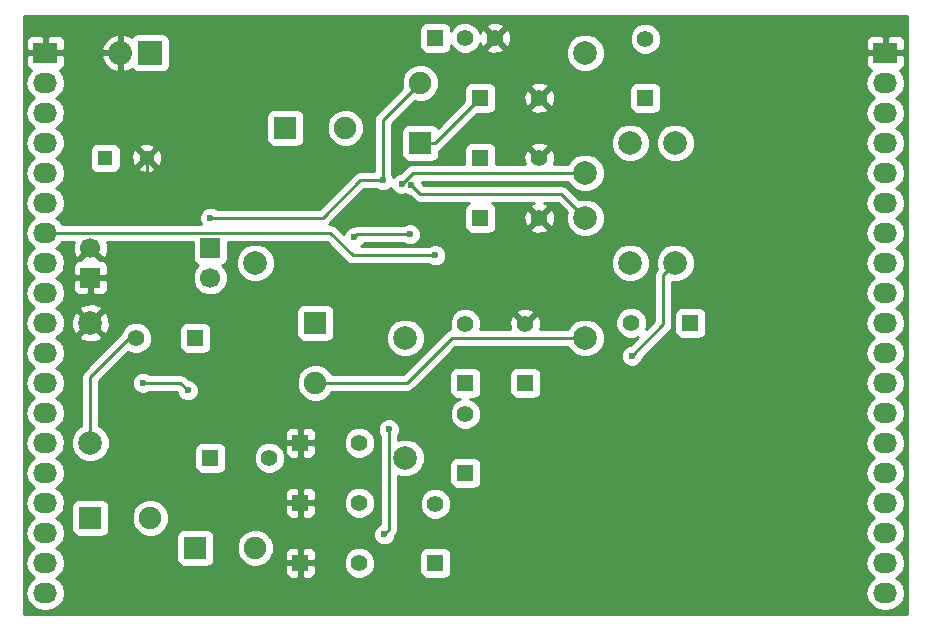
<source format=gbr>
G04 #@! TF.FileFunction,Copper,L2,Bot,Signal*
%FSLAX46Y46*%
G04 Gerber Fmt 4.6, Leading zero omitted, Abs format (unit mm)*
G04 Created by KiCad (PCBNEW 4.0.4+e1-6308~48~ubuntu16.04.1-stable) date Tue Sep  6 14:03:07 2016*
%MOMM*%
%LPD*%
G01*
G04 APERTURE LIST*
%ADD10C,0.100000*%
%ADD11C,1.300000*%
%ADD12R,1.300000X1.300000*%
%ADD13R,1.400000X1.400000*%
%ADD14C,1.400000*%
%ADD15C,1.699260*%
%ADD16R,1.699260X1.699260*%
%ADD17R,1.905000X1.905000*%
%ADD18C,1.905000*%
%ADD19R,2.032000X2.032000*%
%ADD20O,2.032000X2.032000*%
%ADD21C,1.998980*%
%ADD22R,1.397000X1.397000*%
%ADD23C,1.397000*%
%ADD24C,2.000000*%
%ADD25R,2.032000X1.727200*%
%ADD26O,2.032000X1.727200*%
%ADD27C,0.600000*%
%ADD28C,0.250000*%
%ADD29C,0.254000*%
G04 APERTURE END LIST*
D10*
D11*
X55570000Y-96520000D03*
D12*
X52070000Y-96520000D03*
D13*
X60960000Y-121920000D03*
D14*
X65960000Y-121920000D03*
D13*
X68580000Y-125730000D03*
D14*
X73580000Y-125730000D03*
D13*
X80010000Y-130810000D03*
D14*
X80010000Y-125810000D03*
D13*
X82550000Y-123190000D03*
D14*
X82550000Y-118190000D03*
D13*
X59690000Y-111760000D03*
D14*
X54690000Y-111760000D03*
D13*
X68580000Y-130810000D03*
D14*
X73580000Y-130810000D03*
D13*
X82550000Y-115570000D03*
D14*
X82550000Y-110570000D03*
D13*
X68580000Y-120650000D03*
D14*
X73580000Y-120650000D03*
D13*
X87630000Y-115570000D03*
D14*
X87630000Y-110570000D03*
D13*
X83820000Y-101600000D03*
D14*
X88820000Y-101600000D03*
D13*
X83820000Y-96520000D03*
D14*
X88820000Y-96520000D03*
D13*
X83820000Y-91440000D03*
D14*
X88820000Y-91440000D03*
D13*
X97790000Y-91440000D03*
D14*
X97790000Y-86440000D03*
D13*
X101600000Y-110490000D03*
D14*
X96600000Y-110490000D03*
D15*
X50799480Y-104142540D03*
D16*
X60959480Y-104142540D03*
D15*
X60960520Y-106677460D03*
D16*
X50800520Y-106677460D03*
D17*
X50800000Y-127000000D03*
D18*
X55880000Y-127000000D03*
D17*
X59690000Y-129540000D03*
D18*
X64770000Y-129540000D03*
D17*
X67310000Y-93980000D03*
D18*
X72390000Y-93980000D03*
D17*
X69850000Y-110490000D03*
D18*
X69850000Y-115570000D03*
D17*
X78740000Y-95250000D03*
D18*
X78740000Y-90170000D03*
D19*
X55880000Y-87630000D03*
D20*
X53340000Y-87630000D03*
D21*
X77470000Y-121920000D03*
X77470000Y-111760000D03*
X50800000Y-120650000D03*
X50800000Y-110490000D03*
X92710000Y-87630000D03*
X92710000Y-97790000D03*
X92710000Y-111760000D03*
X92710000Y-101600000D03*
X96520000Y-105410000D03*
X96520000Y-95250000D03*
X100330000Y-105410000D03*
X100330000Y-95250000D03*
D22*
X80010000Y-86360000D03*
D23*
X82550000Y-86360000D03*
X85090000Y-86360000D03*
D24*
X64770000Y-105410000D03*
D25*
X118110000Y-87630000D03*
D26*
X118110000Y-90170000D03*
X118110000Y-92710000D03*
X118110000Y-95250000D03*
X118110000Y-97790000D03*
X118110000Y-100330000D03*
X118110000Y-102870000D03*
X118110000Y-105410000D03*
X118110000Y-107950000D03*
X118110000Y-110490000D03*
X118110000Y-113030000D03*
X118110000Y-115570000D03*
X118110000Y-118110000D03*
X118110000Y-120650000D03*
X118110000Y-123190000D03*
X118110000Y-125730000D03*
X118110000Y-128270000D03*
X118110000Y-130810000D03*
X118110000Y-133350000D03*
D25*
X46990000Y-87630000D03*
D26*
X46990000Y-90170000D03*
X46990000Y-92710000D03*
X46990000Y-95250000D03*
X46990000Y-97790000D03*
X46990000Y-100330000D03*
X46990000Y-102870000D03*
X46990000Y-105410000D03*
X46990000Y-107950000D03*
X46990000Y-110490000D03*
X46990000Y-113030000D03*
X46990000Y-115570000D03*
X46990000Y-118110000D03*
X46990000Y-120650000D03*
X46990000Y-123190000D03*
X46990000Y-125730000D03*
X46990000Y-128270000D03*
X46990000Y-130810000D03*
X46990000Y-133350000D03*
D27*
X55245000Y-115570000D03*
X59055000Y-116205000D03*
X75565000Y-98425000D03*
X60960000Y-101600000D03*
X52324000Y-100838000D03*
X76073000Y-119507000D03*
X75692000Y-128397000D03*
X80010000Y-104775000D03*
X77152500Y-98742500D03*
X77978000Y-98806000D03*
X77851000Y-102997000D03*
X73152000Y-103251000D03*
X96647000Y-113284000D03*
D28*
X58420000Y-115570000D02*
X55245000Y-115570000D01*
X59055000Y-116205000D02*
X58420000Y-115570000D01*
X54690000Y-111760000D02*
X54102000Y-111760000D01*
X54102000Y-111760000D02*
X50800000Y-115062000D01*
X50800000Y-115062000D02*
X50800000Y-120650000D01*
X75565000Y-98425000D02*
X75565000Y-93345000D01*
X75565000Y-93345000D02*
X78740000Y-90170000D01*
X73660000Y-98425000D02*
X75565000Y-98425000D01*
X70485000Y-101600000D02*
X73660000Y-98425000D01*
X60960000Y-101600000D02*
X70485000Y-101600000D01*
X55570000Y-97592000D02*
X55570000Y-96520000D01*
X52324000Y-100838000D02*
X55570000Y-97592000D01*
X76073000Y-128016000D02*
X76073000Y-119507000D01*
X75692000Y-128397000D02*
X76073000Y-128016000D01*
X46990000Y-102870000D02*
X71120000Y-102870000D01*
X73025000Y-104775000D02*
X80010000Y-104775000D01*
X71120000Y-102870000D02*
X73025000Y-104775000D01*
X78740000Y-95250000D02*
X80010000Y-95250000D01*
X80010000Y-95250000D02*
X83820000Y-91440000D01*
X69850000Y-115570000D02*
X77597000Y-115570000D01*
X81407000Y-111760000D02*
X92710000Y-111760000D01*
X77597000Y-115570000D02*
X81407000Y-111760000D01*
X78105000Y-97790000D02*
X92710000Y-97790000D01*
X77152500Y-98742500D02*
X78105000Y-97790000D01*
X90678000Y-99568000D02*
X92710000Y-101600000D01*
X78740000Y-99568000D02*
X90678000Y-99568000D01*
X77978000Y-98806000D02*
X78740000Y-99568000D01*
X73406000Y-102997000D02*
X77851000Y-102997000D01*
X73152000Y-103251000D02*
X73406000Y-102997000D01*
X99314000Y-106426000D02*
X100330000Y-105410000D01*
X99314000Y-110617000D02*
X99314000Y-106426000D01*
X96647000Y-113284000D02*
X99314000Y-110617000D01*
D29*
G36*
X119940000Y-135180000D02*
X45160000Y-135180000D01*
X45160000Y-90170000D01*
X45306655Y-90170000D01*
X45420729Y-90743489D01*
X45745585Y-91229670D01*
X46060366Y-91440000D01*
X45745585Y-91650330D01*
X45420729Y-92136511D01*
X45306655Y-92710000D01*
X45420729Y-93283489D01*
X45745585Y-93769670D01*
X46060366Y-93980000D01*
X45745585Y-94190330D01*
X45420729Y-94676511D01*
X45306655Y-95250000D01*
X45420729Y-95823489D01*
X45745585Y-96309670D01*
X46060366Y-96520000D01*
X45745585Y-96730330D01*
X45420729Y-97216511D01*
X45306655Y-97790000D01*
X45420729Y-98363489D01*
X45745585Y-98849670D01*
X46060366Y-99060000D01*
X45745585Y-99270330D01*
X45420729Y-99756511D01*
X45306655Y-100330000D01*
X45420729Y-100903489D01*
X45745585Y-101389670D01*
X46060366Y-101600000D01*
X45745585Y-101810330D01*
X45420729Y-102296511D01*
X45306655Y-102870000D01*
X45420729Y-103443489D01*
X45745585Y-103929670D01*
X46060366Y-104140000D01*
X45745585Y-104350330D01*
X45420729Y-104836511D01*
X45306655Y-105410000D01*
X45420729Y-105983489D01*
X45745585Y-106469670D01*
X46060366Y-106680000D01*
X45745585Y-106890330D01*
X45420729Y-107376511D01*
X45306655Y-107950000D01*
X45420729Y-108523489D01*
X45745585Y-109009670D01*
X46060366Y-109220000D01*
X45745585Y-109430330D01*
X45420729Y-109916511D01*
X45306655Y-110490000D01*
X45420729Y-111063489D01*
X45745585Y-111549670D01*
X46060366Y-111760000D01*
X45745585Y-111970330D01*
X45420729Y-112456511D01*
X45306655Y-113030000D01*
X45420729Y-113603489D01*
X45745585Y-114089670D01*
X46060366Y-114300000D01*
X45745585Y-114510330D01*
X45420729Y-114996511D01*
X45306655Y-115570000D01*
X45420729Y-116143489D01*
X45745585Y-116629670D01*
X46060366Y-116840000D01*
X45745585Y-117050330D01*
X45420729Y-117536511D01*
X45306655Y-118110000D01*
X45420729Y-118683489D01*
X45745585Y-119169670D01*
X46060366Y-119380000D01*
X45745585Y-119590330D01*
X45420729Y-120076511D01*
X45306655Y-120650000D01*
X45420729Y-121223489D01*
X45745585Y-121709670D01*
X46060366Y-121920000D01*
X45745585Y-122130330D01*
X45420729Y-122616511D01*
X45306655Y-123190000D01*
X45420729Y-123763489D01*
X45745585Y-124249670D01*
X46060366Y-124460000D01*
X45745585Y-124670330D01*
X45420729Y-125156511D01*
X45306655Y-125730000D01*
X45420729Y-126303489D01*
X45745585Y-126789670D01*
X46060366Y-127000000D01*
X45745585Y-127210330D01*
X45420729Y-127696511D01*
X45306655Y-128270000D01*
X45420729Y-128843489D01*
X45745585Y-129329670D01*
X46060366Y-129540000D01*
X45745585Y-129750330D01*
X45420729Y-130236511D01*
X45306655Y-130810000D01*
X45420729Y-131383489D01*
X45745585Y-131869670D01*
X46060366Y-132080000D01*
X45745585Y-132290330D01*
X45420729Y-132776511D01*
X45306655Y-133350000D01*
X45420729Y-133923489D01*
X45745585Y-134409670D01*
X46231766Y-134734526D01*
X46805255Y-134848600D01*
X47174745Y-134848600D01*
X47748234Y-134734526D01*
X48234415Y-134409670D01*
X48559271Y-133923489D01*
X48673345Y-133350000D01*
X48559271Y-132776511D01*
X48234415Y-132290330D01*
X47919634Y-132080000D01*
X48234415Y-131869670D01*
X48559271Y-131383489D01*
X48673345Y-130810000D01*
X48559271Y-130236511D01*
X48234415Y-129750330D01*
X47919634Y-129540000D01*
X48234415Y-129329670D01*
X48559271Y-128843489D01*
X48673345Y-128270000D01*
X48559271Y-127696511D01*
X48234415Y-127210330D01*
X47919634Y-127000000D01*
X48234415Y-126789670D01*
X48559271Y-126303489D01*
X48610190Y-126047500D01*
X49200060Y-126047500D01*
X49200060Y-127952500D01*
X49244338Y-128187817D01*
X49383410Y-128403941D01*
X49595610Y-128548931D01*
X49847500Y-128599940D01*
X51752500Y-128599940D01*
X51987817Y-128555662D01*
X52203941Y-128416590D01*
X52348931Y-128204390D01*
X52399940Y-127952500D01*
X52399940Y-127314388D01*
X54292225Y-127314388D01*
X54533398Y-127898072D01*
X54979579Y-128345032D01*
X55562841Y-128587224D01*
X56194388Y-128587775D01*
X56195053Y-128587500D01*
X58090060Y-128587500D01*
X58090060Y-130492500D01*
X58134338Y-130727817D01*
X58273410Y-130943941D01*
X58485610Y-131088931D01*
X58737500Y-131139940D01*
X60642500Y-131139940D01*
X60877817Y-131095662D01*
X61093941Y-130956590D01*
X61238931Y-130744390D01*
X61289940Y-130492500D01*
X61289940Y-129854388D01*
X63182225Y-129854388D01*
X63423398Y-130438072D01*
X63869579Y-130885032D01*
X64452841Y-131127224D01*
X65084388Y-131127775D01*
X65161894Y-131095750D01*
X67245000Y-131095750D01*
X67245000Y-131636310D01*
X67341673Y-131869699D01*
X67520302Y-132048327D01*
X67753691Y-132145000D01*
X68294250Y-132145000D01*
X68453000Y-131986250D01*
X68453000Y-130937000D01*
X68707000Y-130937000D01*
X68707000Y-131986250D01*
X68865750Y-132145000D01*
X69406309Y-132145000D01*
X69639698Y-132048327D01*
X69818327Y-131869699D01*
X69915000Y-131636310D01*
X69915000Y-131095750D01*
X69893633Y-131074383D01*
X72244769Y-131074383D01*
X72447582Y-131565229D01*
X72822796Y-131941098D01*
X73313287Y-132144768D01*
X73844383Y-132145231D01*
X74335229Y-131942418D01*
X74711098Y-131567204D01*
X74914768Y-131076713D01*
X74915231Y-130545617D01*
X74735239Y-130110000D01*
X78662560Y-130110000D01*
X78662560Y-131510000D01*
X78706838Y-131745317D01*
X78845910Y-131961441D01*
X79058110Y-132106431D01*
X79310000Y-132157440D01*
X80710000Y-132157440D01*
X80945317Y-132113162D01*
X81161441Y-131974090D01*
X81306431Y-131761890D01*
X81357440Y-131510000D01*
X81357440Y-130110000D01*
X81313162Y-129874683D01*
X81174090Y-129658559D01*
X80961890Y-129513569D01*
X80710000Y-129462560D01*
X79310000Y-129462560D01*
X79074683Y-129506838D01*
X78858559Y-129645910D01*
X78713569Y-129858110D01*
X78662560Y-130110000D01*
X74735239Y-130110000D01*
X74712418Y-130054771D01*
X74337204Y-129678902D01*
X73846713Y-129475232D01*
X73315617Y-129474769D01*
X72824771Y-129677582D01*
X72448902Y-130052796D01*
X72245232Y-130543287D01*
X72244769Y-131074383D01*
X69893633Y-131074383D01*
X69756250Y-130937000D01*
X68707000Y-130937000D01*
X68453000Y-130937000D01*
X67403750Y-130937000D01*
X67245000Y-131095750D01*
X65161894Y-131095750D01*
X65668072Y-130886602D01*
X66115032Y-130440421D01*
X66304683Y-129983690D01*
X67245000Y-129983690D01*
X67245000Y-130524250D01*
X67403750Y-130683000D01*
X68453000Y-130683000D01*
X68453000Y-129633750D01*
X68707000Y-129633750D01*
X68707000Y-130683000D01*
X69756250Y-130683000D01*
X69915000Y-130524250D01*
X69915000Y-129983690D01*
X69818327Y-129750301D01*
X69639698Y-129571673D01*
X69406309Y-129475000D01*
X68865750Y-129475000D01*
X68707000Y-129633750D01*
X68453000Y-129633750D01*
X68294250Y-129475000D01*
X67753691Y-129475000D01*
X67520302Y-129571673D01*
X67341673Y-129750301D01*
X67245000Y-129983690D01*
X66304683Y-129983690D01*
X66357224Y-129857159D01*
X66357775Y-129225612D01*
X66116602Y-128641928D01*
X66056946Y-128582167D01*
X74756838Y-128582167D01*
X74898883Y-128925943D01*
X75161673Y-129189192D01*
X75505201Y-129331838D01*
X75877167Y-129332162D01*
X76220943Y-129190117D01*
X76484192Y-128927327D01*
X76626838Y-128583799D01*
X76626886Y-128528730D01*
X76775148Y-128306840D01*
X76833000Y-128016000D01*
X76833000Y-126074383D01*
X78674769Y-126074383D01*
X78877582Y-126565229D01*
X79252796Y-126941098D01*
X79743287Y-127144768D01*
X80274383Y-127145231D01*
X80765229Y-126942418D01*
X81141098Y-126567204D01*
X81344768Y-126076713D01*
X81345231Y-125545617D01*
X81142418Y-125054771D01*
X80767204Y-124678902D01*
X80276713Y-124475232D01*
X79745617Y-124474769D01*
X79254771Y-124677582D01*
X78878902Y-125052796D01*
X78675232Y-125543287D01*
X78674769Y-126074383D01*
X76833000Y-126074383D01*
X76833000Y-123425295D01*
X77143453Y-123554206D01*
X77793694Y-123554774D01*
X78394655Y-123306462D01*
X78854846Y-122847073D01*
X79003115Y-122490000D01*
X81202560Y-122490000D01*
X81202560Y-123890000D01*
X81246838Y-124125317D01*
X81385910Y-124341441D01*
X81598110Y-124486431D01*
X81850000Y-124537440D01*
X83250000Y-124537440D01*
X83485317Y-124493162D01*
X83701441Y-124354090D01*
X83846431Y-124141890D01*
X83897440Y-123890000D01*
X83897440Y-122490000D01*
X83853162Y-122254683D01*
X83714090Y-122038559D01*
X83501890Y-121893569D01*
X83250000Y-121842560D01*
X81850000Y-121842560D01*
X81614683Y-121886838D01*
X81398559Y-122025910D01*
X81253569Y-122238110D01*
X81202560Y-122490000D01*
X79003115Y-122490000D01*
X79104206Y-122246547D01*
X79104774Y-121596306D01*
X78856462Y-120995345D01*
X78397073Y-120535154D01*
X77796547Y-120285794D01*
X77146306Y-120285226D01*
X76833000Y-120414681D01*
X76833000Y-120069463D01*
X76865192Y-120037327D01*
X77007838Y-119693799D01*
X77008162Y-119321833D01*
X76866117Y-118978057D01*
X76603327Y-118714808D01*
X76259799Y-118572162D01*
X75887833Y-118571838D01*
X75544057Y-118713883D01*
X75280808Y-118976673D01*
X75138162Y-119320201D01*
X75137838Y-119692167D01*
X75279883Y-120035943D01*
X75313000Y-120069118D01*
X75313000Y-127541928D01*
X75163057Y-127603883D01*
X74899808Y-127866673D01*
X74757162Y-128210201D01*
X74756838Y-128582167D01*
X66056946Y-128582167D01*
X65670421Y-128194968D01*
X65087159Y-127952776D01*
X64455612Y-127952225D01*
X63871928Y-128193398D01*
X63424968Y-128639579D01*
X63182776Y-129222841D01*
X63182225Y-129854388D01*
X61289940Y-129854388D01*
X61289940Y-128587500D01*
X61245662Y-128352183D01*
X61106590Y-128136059D01*
X60894390Y-127991069D01*
X60642500Y-127940060D01*
X58737500Y-127940060D01*
X58502183Y-127984338D01*
X58286059Y-128123410D01*
X58141069Y-128335610D01*
X58090060Y-128587500D01*
X56195053Y-128587500D01*
X56778072Y-128346602D01*
X57225032Y-127900421D01*
X57467224Y-127317159D01*
X57467775Y-126685612D01*
X57226602Y-126101928D01*
X57140575Y-126015750D01*
X67245000Y-126015750D01*
X67245000Y-126556310D01*
X67341673Y-126789699D01*
X67520302Y-126968327D01*
X67753691Y-127065000D01*
X68294250Y-127065000D01*
X68453000Y-126906250D01*
X68453000Y-125857000D01*
X68707000Y-125857000D01*
X68707000Y-126906250D01*
X68865750Y-127065000D01*
X69406309Y-127065000D01*
X69639698Y-126968327D01*
X69818327Y-126789699D01*
X69915000Y-126556310D01*
X69915000Y-126015750D01*
X69893633Y-125994383D01*
X72244769Y-125994383D01*
X72447582Y-126485229D01*
X72822796Y-126861098D01*
X73313287Y-127064768D01*
X73844383Y-127065231D01*
X74335229Y-126862418D01*
X74711098Y-126487204D01*
X74914768Y-125996713D01*
X74915231Y-125465617D01*
X74712418Y-124974771D01*
X74337204Y-124598902D01*
X73846713Y-124395232D01*
X73315617Y-124394769D01*
X72824771Y-124597582D01*
X72448902Y-124972796D01*
X72245232Y-125463287D01*
X72244769Y-125994383D01*
X69893633Y-125994383D01*
X69756250Y-125857000D01*
X68707000Y-125857000D01*
X68453000Y-125857000D01*
X67403750Y-125857000D01*
X67245000Y-126015750D01*
X57140575Y-126015750D01*
X56780421Y-125654968D01*
X56197159Y-125412776D01*
X55565612Y-125412225D01*
X54981928Y-125653398D01*
X54534968Y-126099579D01*
X54292776Y-126682841D01*
X54292225Y-127314388D01*
X52399940Y-127314388D01*
X52399940Y-126047500D01*
X52355662Y-125812183D01*
X52216590Y-125596059D01*
X52004390Y-125451069D01*
X51752500Y-125400060D01*
X49847500Y-125400060D01*
X49612183Y-125444338D01*
X49396059Y-125583410D01*
X49251069Y-125795610D01*
X49200060Y-126047500D01*
X48610190Y-126047500D01*
X48673345Y-125730000D01*
X48559271Y-125156511D01*
X48390342Y-124903690D01*
X67245000Y-124903690D01*
X67245000Y-125444250D01*
X67403750Y-125603000D01*
X68453000Y-125603000D01*
X68453000Y-124553750D01*
X68707000Y-124553750D01*
X68707000Y-125603000D01*
X69756250Y-125603000D01*
X69915000Y-125444250D01*
X69915000Y-124903690D01*
X69818327Y-124670301D01*
X69639698Y-124491673D01*
X69406309Y-124395000D01*
X68865750Y-124395000D01*
X68707000Y-124553750D01*
X68453000Y-124553750D01*
X68294250Y-124395000D01*
X67753691Y-124395000D01*
X67520302Y-124491673D01*
X67341673Y-124670301D01*
X67245000Y-124903690D01*
X48390342Y-124903690D01*
X48234415Y-124670330D01*
X47919634Y-124460000D01*
X48234415Y-124249670D01*
X48559271Y-123763489D01*
X48673345Y-123190000D01*
X48559271Y-122616511D01*
X48234415Y-122130330D01*
X47919634Y-121920000D01*
X48234415Y-121709670D01*
X48559271Y-121223489D01*
X48608958Y-120973694D01*
X49165226Y-120973694D01*
X49413538Y-121574655D01*
X49872927Y-122034846D01*
X50473453Y-122284206D01*
X51123694Y-122284774D01*
X51724655Y-122036462D01*
X52184846Y-121577073D01*
X52333115Y-121220000D01*
X59612560Y-121220000D01*
X59612560Y-122620000D01*
X59656838Y-122855317D01*
X59795910Y-123071441D01*
X60008110Y-123216431D01*
X60260000Y-123267440D01*
X61660000Y-123267440D01*
X61895317Y-123223162D01*
X62111441Y-123084090D01*
X62256431Y-122871890D01*
X62307440Y-122620000D01*
X62307440Y-122184383D01*
X64624769Y-122184383D01*
X64827582Y-122675229D01*
X65202796Y-123051098D01*
X65693287Y-123254768D01*
X66224383Y-123255231D01*
X66715229Y-123052418D01*
X67091098Y-122677204D01*
X67294768Y-122186713D01*
X67295231Y-121655617D01*
X67092418Y-121164771D01*
X66863797Y-120935750D01*
X67245000Y-120935750D01*
X67245000Y-121476310D01*
X67341673Y-121709699D01*
X67520302Y-121888327D01*
X67753691Y-121985000D01*
X68294250Y-121985000D01*
X68453000Y-121826250D01*
X68453000Y-120777000D01*
X68707000Y-120777000D01*
X68707000Y-121826250D01*
X68865750Y-121985000D01*
X69406309Y-121985000D01*
X69639698Y-121888327D01*
X69818327Y-121709699D01*
X69915000Y-121476310D01*
X69915000Y-120935750D01*
X69893633Y-120914383D01*
X72244769Y-120914383D01*
X72447582Y-121405229D01*
X72822796Y-121781098D01*
X73313287Y-121984768D01*
X73844383Y-121985231D01*
X74335229Y-121782418D01*
X74711098Y-121407204D01*
X74914768Y-120916713D01*
X74915231Y-120385617D01*
X74712418Y-119894771D01*
X74337204Y-119518902D01*
X73846713Y-119315232D01*
X73315617Y-119314769D01*
X72824771Y-119517582D01*
X72448902Y-119892796D01*
X72245232Y-120383287D01*
X72244769Y-120914383D01*
X69893633Y-120914383D01*
X69756250Y-120777000D01*
X68707000Y-120777000D01*
X68453000Y-120777000D01*
X67403750Y-120777000D01*
X67245000Y-120935750D01*
X66863797Y-120935750D01*
X66717204Y-120788902D01*
X66226713Y-120585232D01*
X65695617Y-120584769D01*
X65204771Y-120787582D01*
X64828902Y-121162796D01*
X64625232Y-121653287D01*
X64624769Y-122184383D01*
X62307440Y-122184383D01*
X62307440Y-121220000D01*
X62263162Y-120984683D01*
X62124090Y-120768559D01*
X61911890Y-120623569D01*
X61660000Y-120572560D01*
X60260000Y-120572560D01*
X60024683Y-120616838D01*
X59808559Y-120755910D01*
X59663569Y-120968110D01*
X59612560Y-121220000D01*
X52333115Y-121220000D01*
X52434206Y-120976547D01*
X52434774Y-120326306D01*
X52227098Y-119823690D01*
X67245000Y-119823690D01*
X67245000Y-120364250D01*
X67403750Y-120523000D01*
X68453000Y-120523000D01*
X68453000Y-119473750D01*
X68707000Y-119473750D01*
X68707000Y-120523000D01*
X69756250Y-120523000D01*
X69915000Y-120364250D01*
X69915000Y-119823690D01*
X69818327Y-119590301D01*
X69639698Y-119411673D01*
X69406309Y-119315000D01*
X68865750Y-119315000D01*
X68707000Y-119473750D01*
X68453000Y-119473750D01*
X68294250Y-119315000D01*
X67753691Y-119315000D01*
X67520302Y-119411673D01*
X67341673Y-119590301D01*
X67245000Y-119823690D01*
X52227098Y-119823690D01*
X52186462Y-119725345D01*
X51727073Y-119265154D01*
X51560000Y-119195779D01*
X51560000Y-115755167D01*
X54309838Y-115755167D01*
X54451883Y-116098943D01*
X54714673Y-116362192D01*
X55058201Y-116504838D01*
X55430167Y-116505162D01*
X55773943Y-116363117D01*
X55807118Y-116330000D01*
X58105198Y-116330000D01*
X58119878Y-116344680D01*
X58119838Y-116390167D01*
X58261883Y-116733943D01*
X58524673Y-116997192D01*
X58868201Y-117139838D01*
X59240167Y-117140162D01*
X59583943Y-116998117D01*
X59847192Y-116735327D01*
X59989838Y-116391799D01*
X59990162Y-116019833D01*
X59934198Y-115884388D01*
X68262225Y-115884388D01*
X68503398Y-116468072D01*
X68949579Y-116915032D01*
X69532841Y-117157224D01*
X70164388Y-117157775D01*
X70748072Y-116916602D01*
X71195032Y-116470421D01*
X71253340Y-116330000D01*
X77597000Y-116330000D01*
X77887839Y-116272148D01*
X78134401Y-116107401D01*
X79371802Y-114870000D01*
X81202560Y-114870000D01*
X81202560Y-116270000D01*
X81246838Y-116505317D01*
X81385910Y-116721441D01*
X81598110Y-116866431D01*
X81850000Y-116917440D01*
X82133941Y-116917440D01*
X81794771Y-117057582D01*
X81418902Y-117432796D01*
X81215232Y-117923287D01*
X81214769Y-118454383D01*
X81417582Y-118945229D01*
X81792796Y-119321098D01*
X82283287Y-119524768D01*
X82814383Y-119525231D01*
X83305229Y-119322418D01*
X83681098Y-118947204D01*
X83884768Y-118456713D01*
X83885231Y-117925617D01*
X83682418Y-117434771D01*
X83307204Y-117058902D01*
X82966526Y-116917440D01*
X83250000Y-116917440D01*
X83485317Y-116873162D01*
X83701441Y-116734090D01*
X83846431Y-116521890D01*
X83897440Y-116270000D01*
X83897440Y-114870000D01*
X86282560Y-114870000D01*
X86282560Y-116270000D01*
X86326838Y-116505317D01*
X86465910Y-116721441D01*
X86678110Y-116866431D01*
X86930000Y-116917440D01*
X88330000Y-116917440D01*
X88565317Y-116873162D01*
X88781441Y-116734090D01*
X88926431Y-116521890D01*
X88977440Y-116270000D01*
X88977440Y-114870000D01*
X88933162Y-114634683D01*
X88794090Y-114418559D01*
X88581890Y-114273569D01*
X88330000Y-114222560D01*
X86930000Y-114222560D01*
X86694683Y-114266838D01*
X86478559Y-114405910D01*
X86333569Y-114618110D01*
X86282560Y-114870000D01*
X83897440Y-114870000D01*
X83853162Y-114634683D01*
X83714090Y-114418559D01*
X83501890Y-114273569D01*
X83250000Y-114222560D01*
X81850000Y-114222560D01*
X81614683Y-114266838D01*
X81398559Y-114405910D01*
X81253569Y-114618110D01*
X81202560Y-114870000D01*
X79371802Y-114870000D01*
X81721802Y-112520000D01*
X91255504Y-112520000D01*
X91323538Y-112684655D01*
X91782927Y-113144846D01*
X92383453Y-113394206D01*
X93033694Y-113394774D01*
X93634655Y-113146462D01*
X94094846Y-112687073D01*
X94344206Y-112086547D01*
X94344774Y-111436306D01*
X94096462Y-110835345D01*
X94015642Y-110754383D01*
X95264769Y-110754383D01*
X95467582Y-111245229D01*
X95842796Y-111621098D01*
X96333287Y-111824768D01*
X96864383Y-111825231D01*
X97148264Y-111707934D01*
X96507320Y-112348878D01*
X96461833Y-112348838D01*
X96118057Y-112490883D01*
X95854808Y-112753673D01*
X95712162Y-113097201D01*
X95711838Y-113469167D01*
X95853883Y-113812943D01*
X96116673Y-114076192D01*
X96460201Y-114218838D01*
X96832167Y-114219162D01*
X97175943Y-114077117D01*
X97439192Y-113814327D01*
X97581838Y-113470799D01*
X97581879Y-113423923D01*
X99851401Y-111154401D01*
X100016148Y-110907839D01*
X100074000Y-110617000D01*
X100074000Y-109790000D01*
X100252560Y-109790000D01*
X100252560Y-111190000D01*
X100296838Y-111425317D01*
X100435910Y-111641441D01*
X100648110Y-111786431D01*
X100900000Y-111837440D01*
X102300000Y-111837440D01*
X102535317Y-111793162D01*
X102751441Y-111654090D01*
X102896431Y-111441890D01*
X102947440Y-111190000D01*
X102947440Y-109790000D01*
X102903162Y-109554683D01*
X102764090Y-109338559D01*
X102551890Y-109193569D01*
X102300000Y-109142560D01*
X100900000Y-109142560D01*
X100664683Y-109186838D01*
X100448559Y-109325910D01*
X100303569Y-109538110D01*
X100252560Y-109790000D01*
X100074000Y-109790000D01*
X100074000Y-107044268D01*
X100653694Y-107044774D01*
X101254655Y-106796462D01*
X101714846Y-106337073D01*
X101964206Y-105736547D01*
X101964774Y-105086306D01*
X101716462Y-104485345D01*
X101257073Y-104025154D01*
X100656547Y-103775794D01*
X100006306Y-103775226D01*
X99405345Y-104023538D01*
X98945154Y-104482927D01*
X98695794Y-105083453D01*
X98695226Y-105733694D01*
X98765868Y-105904660D01*
X98611852Y-106135161D01*
X98554000Y-106426000D01*
X98554000Y-110302198D01*
X97817803Y-111038395D01*
X97934768Y-110756713D01*
X97935231Y-110225617D01*
X97732418Y-109734771D01*
X97357204Y-109358902D01*
X96866713Y-109155232D01*
X96335617Y-109154769D01*
X95844771Y-109357582D01*
X95468902Y-109732796D01*
X95265232Y-110223287D01*
X95264769Y-110754383D01*
X94015642Y-110754383D01*
X93637073Y-110375154D01*
X93036547Y-110125794D01*
X92386306Y-110125226D01*
X91785345Y-110373538D01*
X91325154Y-110832927D01*
X91255779Y-111000000D01*
X88893932Y-111000000D01*
X88977419Y-110762878D01*
X88948664Y-110232560D01*
X88801042Y-109876169D01*
X88565275Y-109814331D01*
X87809605Y-110570000D01*
X87823748Y-110584142D01*
X87644143Y-110763748D01*
X87630000Y-110749605D01*
X87615858Y-110763748D01*
X87436252Y-110584142D01*
X87450395Y-110570000D01*
X86694725Y-109814331D01*
X86458958Y-109876169D01*
X86282581Y-110377122D01*
X86311336Y-110907440D01*
X86349676Y-111000000D01*
X83816965Y-111000000D01*
X83884768Y-110836713D01*
X83885231Y-110305617D01*
X83682418Y-109814771D01*
X83502686Y-109634725D01*
X86874331Y-109634725D01*
X87630000Y-110390395D01*
X88385669Y-109634725D01*
X88323831Y-109398958D01*
X87822878Y-109222581D01*
X87292560Y-109251336D01*
X86936169Y-109398958D01*
X86874331Y-109634725D01*
X83502686Y-109634725D01*
X83307204Y-109438902D01*
X82816713Y-109235232D01*
X82285617Y-109234769D01*
X81794771Y-109437582D01*
X81418902Y-109812796D01*
X81215232Y-110303287D01*
X81214769Y-110834383D01*
X81292603Y-111022755D01*
X81116161Y-111057852D01*
X80869599Y-111222599D01*
X77282198Y-114810000D01*
X71253652Y-114810000D01*
X71196602Y-114671928D01*
X70750421Y-114224968D01*
X70167159Y-113982776D01*
X69535612Y-113982225D01*
X68951928Y-114223398D01*
X68504968Y-114669579D01*
X68262776Y-115252841D01*
X68262225Y-115884388D01*
X59934198Y-115884388D01*
X59848117Y-115676057D01*
X59585327Y-115412808D01*
X59241799Y-115270162D01*
X59194923Y-115270121D01*
X58957401Y-115032599D01*
X58710839Y-114867852D01*
X58420000Y-114810000D01*
X55807463Y-114810000D01*
X55775327Y-114777808D01*
X55431799Y-114635162D01*
X55059833Y-114634838D01*
X54716057Y-114776883D01*
X54452808Y-115039673D01*
X54310162Y-115383201D01*
X54309838Y-115755167D01*
X51560000Y-115755167D01*
X51560000Y-115376802D01*
X54012576Y-112924226D01*
X54423287Y-113094768D01*
X54954383Y-113095231D01*
X55445229Y-112892418D01*
X55821098Y-112517204D01*
X56024768Y-112026713D01*
X56025231Y-111495617D01*
X55845239Y-111060000D01*
X58342560Y-111060000D01*
X58342560Y-112460000D01*
X58386838Y-112695317D01*
X58525910Y-112911441D01*
X58738110Y-113056431D01*
X58990000Y-113107440D01*
X60390000Y-113107440D01*
X60625317Y-113063162D01*
X60841441Y-112924090D01*
X60986431Y-112711890D01*
X61037440Y-112460000D01*
X61037440Y-111060000D01*
X60993162Y-110824683D01*
X60854090Y-110608559D01*
X60641890Y-110463569D01*
X60390000Y-110412560D01*
X58990000Y-110412560D01*
X58754683Y-110456838D01*
X58538559Y-110595910D01*
X58393569Y-110808110D01*
X58342560Y-111060000D01*
X55845239Y-111060000D01*
X55822418Y-111004771D01*
X55447204Y-110628902D01*
X54956713Y-110425232D01*
X54425617Y-110424769D01*
X53934771Y-110627582D01*
X53558902Y-111002796D01*
X53398776Y-111388422D01*
X50262599Y-114524599D01*
X50097852Y-114771161D01*
X50040000Y-115062000D01*
X50040000Y-119195504D01*
X49875345Y-119263538D01*
X49415154Y-119722927D01*
X49165794Y-120323453D01*
X49165226Y-120973694D01*
X48608958Y-120973694D01*
X48673345Y-120650000D01*
X48559271Y-120076511D01*
X48234415Y-119590330D01*
X47919634Y-119380000D01*
X48234415Y-119169670D01*
X48559271Y-118683489D01*
X48673345Y-118110000D01*
X48559271Y-117536511D01*
X48234415Y-117050330D01*
X47919634Y-116840000D01*
X48234415Y-116629670D01*
X48559271Y-116143489D01*
X48673345Y-115570000D01*
X48559271Y-114996511D01*
X48234415Y-114510330D01*
X47919634Y-114300000D01*
X48234415Y-114089670D01*
X48559271Y-113603489D01*
X48673345Y-113030000D01*
X48559271Y-112456511D01*
X48234415Y-111970330D01*
X47919634Y-111760000D01*
X48095989Y-111642163D01*
X49827443Y-111642163D01*
X49926042Y-111908965D01*
X50535582Y-112135401D01*
X51185377Y-112111341D01*
X51673958Y-111908965D01*
X51772557Y-111642163D01*
X50800000Y-110669605D01*
X49827443Y-111642163D01*
X48095989Y-111642163D01*
X48234415Y-111549670D01*
X48559271Y-111063489D01*
X48673345Y-110490000D01*
X48620750Y-110225582D01*
X49154599Y-110225582D01*
X49178659Y-110875377D01*
X49381035Y-111363958D01*
X49647837Y-111462557D01*
X50620395Y-110490000D01*
X50979605Y-110490000D01*
X51952163Y-111462557D01*
X52218965Y-111363958D01*
X52445401Y-110754418D01*
X52421341Y-110104623D01*
X52218965Y-109616042D01*
X52006436Y-109537500D01*
X68250060Y-109537500D01*
X68250060Y-111442500D01*
X68294338Y-111677817D01*
X68433410Y-111893941D01*
X68645610Y-112038931D01*
X68897500Y-112089940D01*
X70802500Y-112089940D01*
X70835694Y-112083694D01*
X75835226Y-112083694D01*
X76083538Y-112684655D01*
X76542927Y-113144846D01*
X77143453Y-113394206D01*
X77793694Y-113394774D01*
X78394655Y-113146462D01*
X78854846Y-112687073D01*
X79104206Y-112086547D01*
X79104774Y-111436306D01*
X78856462Y-110835345D01*
X78397073Y-110375154D01*
X77796547Y-110125794D01*
X77146306Y-110125226D01*
X76545345Y-110373538D01*
X76085154Y-110832927D01*
X75835794Y-111433453D01*
X75835226Y-112083694D01*
X70835694Y-112083694D01*
X71037817Y-112045662D01*
X71253941Y-111906590D01*
X71398931Y-111694390D01*
X71449940Y-111442500D01*
X71449940Y-109537500D01*
X71405662Y-109302183D01*
X71266590Y-109086059D01*
X71054390Y-108941069D01*
X70802500Y-108890060D01*
X68897500Y-108890060D01*
X68662183Y-108934338D01*
X68446059Y-109073410D01*
X68301069Y-109285610D01*
X68250060Y-109537500D01*
X52006436Y-109537500D01*
X51952163Y-109517443D01*
X50979605Y-110490000D01*
X50620395Y-110490000D01*
X49647837Y-109517443D01*
X49381035Y-109616042D01*
X49154599Y-110225582D01*
X48620750Y-110225582D01*
X48559271Y-109916511D01*
X48234415Y-109430330D01*
X48095990Y-109337837D01*
X49827443Y-109337837D01*
X50800000Y-110310395D01*
X51772557Y-109337837D01*
X51673958Y-109071035D01*
X51064418Y-108844599D01*
X50414623Y-108868659D01*
X49926042Y-109071035D01*
X49827443Y-109337837D01*
X48095990Y-109337837D01*
X47919634Y-109220000D01*
X48234415Y-109009670D01*
X48559271Y-108523489D01*
X48673345Y-107950000D01*
X48559271Y-107376511D01*
X48283112Y-106963210D01*
X49315890Y-106963210D01*
X49315890Y-107653400D01*
X49412563Y-107886789D01*
X49591192Y-108065417D01*
X49824581Y-108162090D01*
X50514770Y-108162090D01*
X50673520Y-108003340D01*
X50673520Y-106804460D01*
X50927520Y-106804460D01*
X50927520Y-108003340D01*
X51086270Y-108162090D01*
X51776459Y-108162090D01*
X52009848Y-108065417D01*
X52188477Y-107886789D01*
X52285150Y-107653400D01*
X52285150Y-106963210D01*
X52126400Y-106804460D01*
X50927520Y-106804460D01*
X50673520Y-106804460D01*
X49474640Y-106804460D01*
X49315890Y-106963210D01*
X48283112Y-106963210D01*
X48234415Y-106890330D01*
X47919634Y-106680000D01*
X48234415Y-106469670D01*
X48559271Y-105983489D01*
X48615358Y-105701520D01*
X49315890Y-105701520D01*
X49315890Y-106391710D01*
X49474640Y-106550460D01*
X50673520Y-106550460D01*
X50673520Y-106530460D01*
X50927520Y-106530460D01*
X50927520Y-106550460D01*
X52126400Y-106550460D01*
X52285150Y-106391710D01*
X52285150Y-105701520D01*
X52188477Y-105468131D01*
X52009848Y-105289503D01*
X51776459Y-105192830D01*
X51661458Y-105192830D01*
X51663565Y-105186230D01*
X50799480Y-104322145D01*
X49935395Y-105186230D01*
X49937502Y-105192830D01*
X49824581Y-105192830D01*
X49591192Y-105289503D01*
X49412563Y-105468131D01*
X49315890Y-105701520D01*
X48615358Y-105701520D01*
X48673345Y-105410000D01*
X48559271Y-104836511D01*
X48234415Y-104350330D01*
X47919634Y-104140000D01*
X48234415Y-103929670D01*
X48434648Y-103630000D01*
X49406112Y-103630000D01*
X49303130Y-103913907D01*
X49329539Y-104503939D01*
X49504527Y-104926398D01*
X49755790Y-105006625D01*
X50619875Y-104142540D01*
X50605733Y-104128398D01*
X50785338Y-103948793D01*
X50799480Y-103962935D01*
X50813623Y-103948793D01*
X50993228Y-104128398D01*
X50979085Y-104142540D01*
X51843170Y-105006625D01*
X52094433Y-104926398D01*
X52295830Y-104371173D01*
X52269421Y-103781141D01*
X52206816Y-103630000D01*
X59462410Y-103630000D01*
X59462410Y-104992170D01*
X59506688Y-105227487D01*
X59645760Y-105443611D01*
X59857960Y-105588601D01*
X59934363Y-105604073D01*
X59702646Y-105835386D01*
X59476148Y-106380853D01*
X59475632Y-106971476D01*
X59701178Y-107517337D01*
X60118446Y-107935334D01*
X60663913Y-108161832D01*
X61254536Y-108162348D01*
X61800397Y-107936802D01*
X62218394Y-107519534D01*
X62444892Y-106974067D01*
X62445408Y-106383444D01*
X62219862Y-105837583D01*
X62116255Y-105733795D01*
X63134716Y-105733795D01*
X63383106Y-106334943D01*
X63842637Y-106795278D01*
X64443352Y-107044716D01*
X65093795Y-107045284D01*
X65694943Y-106796894D01*
X66155278Y-106337363D01*
X66404716Y-105736648D01*
X66404718Y-105733694D01*
X94885226Y-105733694D01*
X95133538Y-106334655D01*
X95592927Y-106794846D01*
X96193453Y-107044206D01*
X96843694Y-107044774D01*
X97444655Y-106796462D01*
X97904846Y-106337073D01*
X98154206Y-105736547D01*
X98154774Y-105086306D01*
X97906462Y-104485345D01*
X97447073Y-104025154D01*
X96846547Y-103775794D01*
X96196306Y-103775226D01*
X95595345Y-104023538D01*
X95135154Y-104482927D01*
X94885794Y-105083453D01*
X94885226Y-105733694D01*
X66404718Y-105733694D01*
X66405284Y-105086205D01*
X66156894Y-104485057D01*
X65697363Y-104024722D01*
X65096648Y-103775284D01*
X64446205Y-103774716D01*
X63845057Y-104023106D01*
X63384722Y-104482637D01*
X63135284Y-105083352D01*
X63134716Y-105733795D01*
X62116255Y-105733795D01*
X61988532Y-105605849D01*
X62044427Y-105595332D01*
X62260551Y-105456260D01*
X62405541Y-105244060D01*
X62456550Y-104992170D01*
X62456550Y-103630000D01*
X70805198Y-103630000D01*
X72487599Y-105312401D01*
X72734161Y-105477148D01*
X73025000Y-105535000D01*
X79447537Y-105535000D01*
X79479673Y-105567192D01*
X79823201Y-105709838D01*
X80195167Y-105710162D01*
X80538943Y-105568117D01*
X80802192Y-105305327D01*
X80944838Y-104961799D01*
X80945162Y-104589833D01*
X80803117Y-104246057D01*
X80540327Y-103982808D01*
X80196799Y-103840162D01*
X79824833Y-103839838D01*
X79481057Y-103981883D01*
X79447882Y-104015000D01*
X73710111Y-104015000D01*
X73944192Y-103781327D01*
X73954294Y-103757000D01*
X77288537Y-103757000D01*
X77320673Y-103789192D01*
X77664201Y-103931838D01*
X78036167Y-103932162D01*
X78379943Y-103790117D01*
X78643192Y-103527327D01*
X78785838Y-103183799D01*
X78786162Y-102811833D01*
X78644117Y-102468057D01*
X78381327Y-102204808D01*
X78037799Y-102062162D01*
X77665833Y-102061838D01*
X77322057Y-102203883D01*
X77288882Y-102237000D01*
X73406000Y-102237000D01*
X73115160Y-102294852D01*
X73083600Y-102315940D01*
X72966833Y-102315838D01*
X72623057Y-102457883D01*
X72359808Y-102720673D01*
X72267581Y-102942779D01*
X71657401Y-102332599D01*
X71410839Y-102167852D01*
X71120000Y-102110000D01*
X71049802Y-102110000D01*
X73974802Y-99185000D01*
X75002537Y-99185000D01*
X75034673Y-99217192D01*
X75378201Y-99359838D01*
X75750167Y-99360162D01*
X76093943Y-99218117D01*
X76266270Y-99046091D01*
X76359383Y-99271443D01*
X76622173Y-99534692D01*
X76965701Y-99677338D01*
X77337667Y-99677662D01*
X77488735Y-99615242D01*
X77791201Y-99740838D01*
X77838077Y-99740879D01*
X78202599Y-100105401D01*
X78449161Y-100270148D01*
X78740000Y-100328000D01*
X82836256Y-100328000D01*
X82668559Y-100435910D01*
X82523569Y-100648110D01*
X82472560Y-100900000D01*
X82472560Y-102300000D01*
X82516838Y-102535317D01*
X82655910Y-102751441D01*
X82868110Y-102896431D01*
X83120000Y-102947440D01*
X84520000Y-102947440D01*
X84755317Y-102903162D01*
X84971441Y-102764090D01*
X85116431Y-102551890D01*
X85119795Y-102535275D01*
X88064331Y-102535275D01*
X88126169Y-102771042D01*
X88627122Y-102947419D01*
X89157440Y-102918664D01*
X89513831Y-102771042D01*
X89575669Y-102535275D01*
X88820000Y-101779605D01*
X88064331Y-102535275D01*
X85119795Y-102535275D01*
X85167440Y-102300000D01*
X85167440Y-101407122D01*
X87472581Y-101407122D01*
X87501336Y-101937440D01*
X87648958Y-102293831D01*
X87884725Y-102355669D01*
X88640395Y-101600000D01*
X88999605Y-101600000D01*
X89755275Y-102355669D01*
X89991042Y-102293831D01*
X90167419Y-101792878D01*
X90138664Y-101262560D01*
X89991042Y-100906169D01*
X89755275Y-100844331D01*
X88999605Y-101600000D01*
X88640395Y-101600000D01*
X87884725Y-100844331D01*
X87648958Y-100906169D01*
X87472581Y-101407122D01*
X85167440Y-101407122D01*
X85167440Y-100900000D01*
X85123162Y-100664683D01*
X84984090Y-100448559D01*
X84807646Y-100328000D01*
X88369903Y-100328000D01*
X88126169Y-100428958D01*
X88064331Y-100664725D01*
X88820000Y-101420395D01*
X89575669Y-100664725D01*
X89513831Y-100428958D01*
X89227086Y-100328000D01*
X90363198Y-100328000D01*
X91144115Y-101108917D01*
X91075794Y-101273453D01*
X91075226Y-101923694D01*
X91323538Y-102524655D01*
X91782927Y-102984846D01*
X92383453Y-103234206D01*
X93033694Y-103234774D01*
X93634655Y-102986462D01*
X94094846Y-102527073D01*
X94344206Y-101926547D01*
X94344774Y-101276306D01*
X94096462Y-100675345D01*
X93637073Y-100215154D01*
X93036547Y-99965794D01*
X92386306Y-99965226D01*
X92219111Y-100034309D01*
X91215401Y-99030599D01*
X90968839Y-98865852D01*
X90678000Y-98808000D01*
X79054802Y-98808000D01*
X78913122Y-98666320D01*
X78913162Y-98620833D01*
X78883894Y-98550000D01*
X91255504Y-98550000D01*
X91323538Y-98714655D01*
X91782927Y-99174846D01*
X92383453Y-99424206D01*
X93033694Y-99424774D01*
X93634655Y-99176462D01*
X94094846Y-98717073D01*
X94344206Y-98116547D01*
X94344774Y-97466306D01*
X94096462Y-96865345D01*
X93637073Y-96405154D01*
X93036547Y-96155794D01*
X92386306Y-96155226D01*
X91785345Y-96403538D01*
X91325154Y-96862927D01*
X91255779Y-97030000D01*
X90055766Y-97030000D01*
X90167419Y-96712878D01*
X90138664Y-96182560D01*
X89991042Y-95826169D01*
X89755275Y-95764331D01*
X88999605Y-96520000D01*
X89013748Y-96534142D01*
X88834143Y-96713748D01*
X88820000Y-96699605D01*
X88805858Y-96713748D01*
X88626252Y-96534142D01*
X88640395Y-96520000D01*
X87884725Y-95764331D01*
X87648958Y-95826169D01*
X87472581Y-96327122D01*
X87501336Y-96857440D01*
X87572813Y-97030000D01*
X85167440Y-97030000D01*
X85167440Y-95820000D01*
X85123170Y-95584725D01*
X88064331Y-95584725D01*
X88820000Y-96340395D01*
X89575669Y-95584725D01*
X89572776Y-95573694D01*
X94885226Y-95573694D01*
X95133538Y-96174655D01*
X95592927Y-96634846D01*
X96193453Y-96884206D01*
X96843694Y-96884774D01*
X97444655Y-96636462D01*
X97904846Y-96177073D01*
X98154206Y-95576547D01*
X98154208Y-95573694D01*
X98695226Y-95573694D01*
X98943538Y-96174655D01*
X99402927Y-96634846D01*
X100003453Y-96884206D01*
X100653694Y-96884774D01*
X101254655Y-96636462D01*
X101714846Y-96177073D01*
X101964206Y-95576547D01*
X101964774Y-94926306D01*
X101716462Y-94325345D01*
X101257073Y-93865154D01*
X100656547Y-93615794D01*
X100006306Y-93615226D01*
X99405345Y-93863538D01*
X98945154Y-94322927D01*
X98695794Y-94923453D01*
X98695226Y-95573694D01*
X98154208Y-95573694D01*
X98154774Y-94926306D01*
X97906462Y-94325345D01*
X97447073Y-93865154D01*
X96846547Y-93615794D01*
X96196306Y-93615226D01*
X95595345Y-93863538D01*
X95135154Y-94322927D01*
X94885794Y-94923453D01*
X94885226Y-95573694D01*
X89572776Y-95573694D01*
X89513831Y-95348958D01*
X89012878Y-95172581D01*
X88482560Y-95201336D01*
X88126169Y-95348958D01*
X88064331Y-95584725D01*
X85123170Y-95584725D01*
X85123162Y-95584683D01*
X84984090Y-95368559D01*
X84771890Y-95223569D01*
X84520000Y-95172560D01*
X83120000Y-95172560D01*
X82884683Y-95216838D01*
X82668559Y-95355910D01*
X82523569Y-95568110D01*
X82472560Y-95820000D01*
X82472560Y-97030000D01*
X78105000Y-97030000D01*
X77862414Y-97078254D01*
X77814160Y-97087852D01*
X77567599Y-97252599D01*
X77012820Y-97807378D01*
X76967333Y-97807338D01*
X76623557Y-97949383D01*
X76451230Y-98121409D01*
X76358117Y-97896057D01*
X76325000Y-97862882D01*
X76325000Y-94297500D01*
X77140060Y-94297500D01*
X77140060Y-96202500D01*
X77184338Y-96437817D01*
X77323410Y-96653941D01*
X77535610Y-96798931D01*
X77787500Y-96849940D01*
X79692500Y-96849940D01*
X79927817Y-96805662D01*
X80143941Y-96666590D01*
X80288931Y-96454390D01*
X80339940Y-96202500D01*
X80339940Y-95926022D01*
X80547401Y-95787401D01*
X83547362Y-92787440D01*
X84520000Y-92787440D01*
X84755317Y-92743162D01*
X84971441Y-92604090D01*
X85116431Y-92391890D01*
X85119795Y-92375275D01*
X88064331Y-92375275D01*
X88126169Y-92611042D01*
X88627122Y-92787419D01*
X89157440Y-92758664D01*
X89513831Y-92611042D01*
X89575669Y-92375275D01*
X88820000Y-91619605D01*
X88064331Y-92375275D01*
X85119795Y-92375275D01*
X85167440Y-92140000D01*
X85167440Y-91247122D01*
X87472581Y-91247122D01*
X87501336Y-91777440D01*
X87648958Y-92133831D01*
X87884725Y-92195669D01*
X88640395Y-91440000D01*
X88999605Y-91440000D01*
X89755275Y-92195669D01*
X89991042Y-92133831D01*
X90167419Y-91632878D01*
X90138664Y-91102560D01*
X89991042Y-90746169D01*
X89967522Y-90740000D01*
X96442560Y-90740000D01*
X96442560Y-92140000D01*
X96486838Y-92375317D01*
X96625910Y-92591441D01*
X96838110Y-92736431D01*
X97090000Y-92787440D01*
X98490000Y-92787440D01*
X98725317Y-92743162D01*
X98941441Y-92604090D01*
X99086431Y-92391890D01*
X99137440Y-92140000D01*
X99137440Y-90740000D01*
X99093162Y-90504683D01*
X98954090Y-90288559D01*
X98780574Y-90170000D01*
X116426655Y-90170000D01*
X116540729Y-90743489D01*
X116865585Y-91229670D01*
X117180366Y-91440000D01*
X116865585Y-91650330D01*
X116540729Y-92136511D01*
X116426655Y-92710000D01*
X116540729Y-93283489D01*
X116865585Y-93769670D01*
X117180366Y-93980000D01*
X116865585Y-94190330D01*
X116540729Y-94676511D01*
X116426655Y-95250000D01*
X116540729Y-95823489D01*
X116865585Y-96309670D01*
X117180366Y-96520000D01*
X116865585Y-96730330D01*
X116540729Y-97216511D01*
X116426655Y-97790000D01*
X116540729Y-98363489D01*
X116865585Y-98849670D01*
X117180366Y-99060000D01*
X116865585Y-99270330D01*
X116540729Y-99756511D01*
X116426655Y-100330000D01*
X116540729Y-100903489D01*
X116865585Y-101389670D01*
X117180366Y-101600000D01*
X116865585Y-101810330D01*
X116540729Y-102296511D01*
X116426655Y-102870000D01*
X116540729Y-103443489D01*
X116865585Y-103929670D01*
X117180366Y-104140000D01*
X116865585Y-104350330D01*
X116540729Y-104836511D01*
X116426655Y-105410000D01*
X116540729Y-105983489D01*
X116865585Y-106469670D01*
X117180366Y-106680000D01*
X116865585Y-106890330D01*
X116540729Y-107376511D01*
X116426655Y-107950000D01*
X116540729Y-108523489D01*
X116865585Y-109009670D01*
X117180366Y-109220000D01*
X116865585Y-109430330D01*
X116540729Y-109916511D01*
X116426655Y-110490000D01*
X116540729Y-111063489D01*
X116865585Y-111549670D01*
X117180366Y-111760000D01*
X116865585Y-111970330D01*
X116540729Y-112456511D01*
X116426655Y-113030000D01*
X116540729Y-113603489D01*
X116865585Y-114089670D01*
X117180366Y-114300000D01*
X116865585Y-114510330D01*
X116540729Y-114996511D01*
X116426655Y-115570000D01*
X116540729Y-116143489D01*
X116865585Y-116629670D01*
X117180366Y-116840000D01*
X116865585Y-117050330D01*
X116540729Y-117536511D01*
X116426655Y-118110000D01*
X116540729Y-118683489D01*
X116865585Y-119169670D01*
X117180366Y-119380000D01*
X116865585Y-119590330D01*
X116540729Y-120076511D01*
X116426655Y-120650000D01*
X116540729Y-121223489D01*
X116865585Y-121709670D01*
X117180366Y-121920000D01*
X116865585Y-122130330D01*
X116540729Y-122616511D01*
X116426655Y-123190000D01*
X116540729Y-123763489D01*
X116865585Y-124249670D01*
X117180366Y-124460000D01*
X116865585Y-124670330D01*
X116540729Y-125156511D01*
X116426655Y-125730000D01*
X116540729Y-126303489D01*
X116865585Y-126789670D01*
X117180366Y-127000000D01*
X116865585Y-127210330D01*
X116540729Y-127696511D01*
X116426655Y-128270000D01*
X116540729Y-128843489D01*
X116865585Y-129329670D01*
X117180366Y-129540000D01*
X116865585Y-129750330D01*
X116540729Y-130236511D01*
X116426655Y-130810000D01*
X116540729Y-131383489D01*
X116865585Y-131869670D01*
X117180366Y-132080000D01*
X116865585Y-132290330D01*
X116540729Y-132776511D01*
X116426655Y-133350000D01*
X116540729Y-133923489D01*
X116865585Y-134409670D01*
X117351766Y-134734526D01*
X117925255Y-134848600D01*
X118294745Y-134848600D01*
X118868234Y-134734526D01*
X119354415Y-134409670D01*
X119679271Y-133923489D01*
X119793345Y-133350000D01*
X119679271Y-132776511D01*
X119354415Y-132290330D01*
X119039634Y-132080000D01*
X119354415Y-131869670D01*
X119679271Y-131383489D01*
X119793345Y-130810000D01*
X119679271Y-130236511D01*
X119354415Y-129750330D01*
X119039634Y-129540000D01*
X119354415Y-129329670D01*
X119679271Y-128843489D01*
X119793345Y-128270000D01*
X119679271Y-127696511D01*
X119354415Y-127210330D01*
X119039634Y-127000000D01*
X119354415Y-126789670D01*
X119679271Y-126303489D01*
X119793345Y-125730000D01*
X119679271Y-125156511D01*
X119354415Y-124670330D01*
X119039634Y-124460000D01*
X119354415Y-124249670D01*
X119679271Y-123763489D01*
X119793345Y-123190000D01*
X119679271Y-122616511D01*
X119354415Y-122130330D01*
X119039634Y-121920000D01*
X119354415Y-121709670D01*
X119679271Y-121223489D01*
X119793345Y-120650000D01*
X119679271Y-120076511D01*
X119354415Y-119590330D01*
X119039634Y-119380000D01*
X119354415Y-119169670D01*
X119679271Y-118683489D01*
X119793345Y-118110000D01*
X119679271Y-117536511D01*
X119354415Y-117050330D01*
X119039634Y-116840000D01*
X119354415Y-116629670D01*
X119679271Y-116143489D01*
X119793345Y-115570000D01*
X119679271Y-114996511D01*
X119354415Y-114510330D01*
X119039634Y-114300000D01*
X119354415Y-114089670D01*
X119679271Y-113603489D01*
X119793345Y-113030000D01*
X119679271Y-112456511D01*
X119354415Y-111970330D01*
X119039634Y-111760000D01*
X119354415Y-111549670D01*
X119679271Y-111063489D01*
X119793345Y-110490000D01*
X119679271Y-109916511D01*
X119354415Y-109430330D01*
X119039634Y-109220000D01*
X119354415Y-109009670D01*
X119679271Y-108523489D01*
X119793345Y-107950000D01*
X119679271Y-107376511D01*
X119354415Y-106890330D01*
X119039634Y-106680000D01*
X119354415Y-106469670D01*
X119679271Y-105983489D01*
X119793345Y-105410000D01*
X119679271Y-104836511D01*
X119354415Y-104350330D01*
X119039634Y-104140000D01*
X119354415Y-103929670D01*
X119679271Y-103443489D01*
X119793345Y-102870000D01*
X119679271Y-102296511D01*
X119354415Y-101810330D01*
X119039634Y-101600000D01*
X119354415Y-101389670D01*
X119679271Y-100903489D01*
X119793345Y-100330000D01*
X119679271Y-99756511D01*
X119354415Y-99270330D01*
X119039634Y-99060000D01*
X119354415Y-98849670D01*
X119679271Y-98363489D01*
X119793345Y-97790000D01*
X119679271Y-97216511D01*
X119354415Y-96730330D01*
X119039634Y-96520000D01*
X119354415Y-96309670D01*
X119679271Y-95823489D01*
X119793345Y-95250000D01*
X119679271Y-94676511D01*
X119354415Y-94190330D01*
X119039634Y-93980000D01*
X119354415Y-93769670D01*
X119679271Y-93283489D01*
X119793345Y-92710000D01*
X119679271Y-92136511D01*
X119354415Y-91650330D01*
X119039634Y-91440000D01*
X119354415Y-91229670D01*
X119679271Y-90743489D01*
X119793345Y-90170000D01*
X119679271Y-89596511D01*
X119354415Y-89110330D01*
X119332220Y-89095500D01*
X119485699Y-89031927D01*
X119664327Y-88853298D01*
X119761000Y-88619909D01*
X119761000Y-87915750D01*
X119602250Y-87757000D01*
X118237000Y-87757000D01*
X118237000Y-87777000D01*
X117983000Y-87777000D01*
X117983000Y-87757000D01*
X116617750Y-87757000D01*
X116459000Y-87915750D01*
X116459000Y-88619909D01*
X116555673Y-88853298D01*
X116734301Y-89031927D01*
X116887780Y-89095500D01*
X116865585Y-89110330D01*
X116540729Y-89596511D01*
X116426655Y-90170000D01*
X98780574Y-90170000D01*
X98741890Y-90143569D01*
X98490000Y-90092560D01*
X97090000Y-90092560D01*
X96854683Y-90136838D01*
X96638559Y-90275910D01*
X96493569Y-90488110D01*
X96442560Y-90740000D01*
X89967522Y-90740000D01*
X89755275Y-90684331D01*
X88999605Y-91440000D01*
X88640395Y-91440000D01*
X87884725Y-90684331D01*
X87648958Y-90746169D01*
X87472581Y-91247122D01*
X85167440Y-91247122D01*
X85167440Y-90740000D01*
X85123170Y-90504725D01*
X88064331Y-90504725D01*
X88820000Y-91260395D01*
X89575669Y-90504725D01*
X89513831Y-90268958D01*
X89012878Y-90092581D01*
X88482560Y-90121336D01*
X88126169Y-90268958D01*
X88064331Y-90504725D01*
X85123170Y-90504725D01*
X85123162Y-90504683D01*
X84984090Y-90288559D01*
X84771890Y-90143569D01*
X84520000Y-90092560D01*
X83120000Y-90092560D01*
X82884683Y-90136838D01*
X82668559Y-90275910D01*
X82523569Y-90488110D01*
X82472560Y-90740000D01*
X82472560Y-91712638D01*
X80228064Y-93957134D01*
X80156590Y-93846059D01*
X79944390Y-93701069D01*
X79692500Y-93650060D01*
X77787500Y-93650060D01*
X77552183Y-93694338D01*
X77336059Y-93833410D01*
X77191069Y-94045610D01*
X77140060Y-94297500D01*
X76325000Y-94297500D01*
X76325000Y-93659802D01*
X78284869Y-91699933D01*
X78422841Y-91757224D01*
X79054388Y-91757775D01*
X79638072Y-91516602D01*
X80085032Y-91070421D01*
X80327224Y-90487159D01*
X80327775Y-89855612D01*
X80086602Y-89271928D01*
X79640421Y-88824968D01*
X79057159Y-88582776D01*
X78425612Y-88582225D01*
X77841928Y-88823398D01*
X77394968Y-89269579D01*
X77152776Y-89852841D01*
X77152225Y-90484388D01*
X77210288Y-90624910D01*
X75027599Y-92807599D01*
X74862852Y-93054161D01*
X74805000Y-93345000D01*
X74805000Y-97665000D01*
X73660000Y-97665000D01*
X73369161Y-97722852D01*
X73122599Y-97887599D01*
X70170198Y-100840000D01*
X61522463Y-100840000D01*
X61490327Y-100807808D01*
X61146799Y-100665162D01*
X60774833Y-100664838D01*
X60431057Y-100806883D01*
X60167808Y-101069673D01*
X60025162Y-101413201D01*
X60024838Y-101785167D01*
X60159056Y-102110000D01*
X48434648Y-102110000D01*
X48234415Y-101810330D01*
X47919634Y-101600000D01*
X48234415Y-101389670D01*
X48559271Y-100903489D01*
X48673345Y-100330000D01*
X48559271Y-99756511D01*
X48234415Y-99270330D01*
X47919634Y-99060000D01*
X48234415Y-98849670D01*
X48559271Y-98363489D01*
X48673345Y-97790000D01*
X48559271Y-97216511D01*
X48234415Y-96730330D01*
X47919634Y-96520000D01*
X48234415Y-96309670D01*
X48528193Y-95870000D01*
X50772560Y-95870000D01*
X50772560Y-97170000D01*
X50816838Y-97405317D01*
X50955910Y-97621441D01*
X51168110Y-97766431D01*
X51420000Y-97817440D01*
X52720000Y-97817440D01*
X52955317Y-97773162D01*
X53171441Y-97634090D01*
X53316431Y-97421890D01*
X53317012Y-97419016D01*
X54850590Y-97419016D01*
X54906271Y-97649611D01*
X55389078Y-97817622D01*
X55899428Y-97788083D01*
X56233729Y-97649611D01*
X56289410Y-97419016D01*
X55570000Y-96699605D01*
X54850590Y-97419016D01*
X53317012Y-97419016D01*
X53367440Y-97170000D01*
X53367440Y-96339078D01*
X54272378Y-96339078D01*
X54301917Y-96849428D01*
X54440389Y-97183729D01*
X54670984Y-97239410D01*
X55390395Y-96520000D01*
X55749605Y-96520000D01*
X56469016Y-97239410D01*
X56699611Y-97183729D01*
X56867622Y-96700922D01*
X56838083Y-96190572D01*
X56699611Y-95856271D01*
X56469016Y-95800590D01*
X55749605Y-96520000D01*
X55390395Y-96520000D01*
X54670984Y-95800590D01*
X54440389Y-95856271D01*
X54272378Y-96339078D01*
X53367440Y-96339078D01*
X53367440Y-95870000D01*
X53323162Y-95634683D01*
X53314347Y-95620984D01*
X54850590Y-95620984D01*
X55570000Y-96340395D01*
X56289410Y-95620984D01*
X56233729Y-95390389D01*
X55750922Y-95222378D01*
X55240572Y-95251917D01*
X54906271Y-95390389D01*
X54850590Y-95620984D01*
X53314347Y-95620984D01*
X53184090Y-95418559D01*
X52971890Y-95273569D01*
X52720000Y-95222560D01*
X51420000Y-95222560D01*
X51184683Y-95266838D01*
X50968559Y-95405910D01*
X50823569Y-95618110D01*
X50772560Y-95870000D01*
X48528193Y-95870000D01*
X48559271Y-95823489D01*
X48673345Y-95250000D01*
X48559271Y-94676511D01*
X48234415Y-94190330D01*
X47919634Y-93980000D01*
X48234415Y-93769670D01*
X48559271Y-93283489D01*
X48610190Y-93027500D01*
X65710060Y-93027500D01*
X65710060Y-94932500D01*
X65754338Y-95167817D01*
X65893410Y-95383941D01*
X66105610Y-95528931D01*
X66357500Y-95579940D01*
X68262500Y-95579940D01*
X68497817Y-95535662D01*
X68713941Y-95396590D01*
X68858931Y-95184390D01*
X68909940Y-94932500D01*
X68909940Y-94294388D01*
X70802225Y-94294388D01*
X71043398Y-94878072D01*
X71489579Y-95325032D01*
X72072841Y-95567224D01*
X72704388Y-95567775D01*
X73288072Y-95326602D01*
X73735032Y-94880421D01*
X73977224Y-94297159D01*
X73977775Y-93665612D01*
X73736602Y-93081928D01*
X73290421Y-92634968D01*
X72707159Y-92392776D01*
X72075612Y-92392225D01*
X71491928Y-92633398D01*
X71044968Y-93079579D01*
X70802776Y-93662841D01*
X70802225Y-94294388D01*
X68909940Y-94294388D01*
X68909940Y-93027500D01*
X68865662Y-92792183D01*
X68726590Y-92576059D01*
X68514390Y-92431069D01*
X68262500Y-92380060D01*
X66357500Y-92380060D01*
X66122183Y-92424338D01*
X65906059Y-92563410D01*
X65761069Y-92775610D01*
X65710060Y-93027500D01*
X48610190Y-93027500D01*
X48673345Y-92710000D01*
X48559271Y-92136511D01*
X48234415Y-91650330D01*
X47919634Y-91440000D01*
X48234415Y-91229670D01*
X48559271Y-90743489D01*
X48673345Y-90170000D01*
X48559271Y-89596511D01*
X48234415Y-89110330D01*
X48212220Y-89095500D01*
X48365699Y-89031927D01*
X48544327Y-88853298D01*
X48641000Y-88619909D01*
X48641000Y-88012944D01*
X51734025Y-88012944D01*
X51933615Y-88494818D01*
X52371621Y-88967188D01*
X52957054Y-89235983D01*
X53213000Y-89117367D01*
X53213000Y-87757000D01*
X51853164Y-87757000D01*
X51734025Y-88012944D01*
X48641000Y-88012944D01*
X48641000Y-87915750D01*
X48482250Y-87757000D01*
X47117000Y-87757000D01*
X47117000Y-87777000D01*
X46863000Y-87777000D01*
X46863000Y-87757000D01*
X45497750Y-87757000D01*
X45339000Y-87915750D01*
X45339000Y-88619909D01*
X45435673Y-88853298D01*
X45614301Y-89031927D01*
X45767780Y-89095500D01*
X45745585Y-89110330D01*
X45420729Y-89596511D01*
X45306655Y-90170000D01*
X45160000Y-90170000D01*
X45160000Y-86640091D01*
X45339000Y-86640091D01*
X45339000Y-87344250D01*
X45497750Y-87503000D01*
X46863000Y-87503000D01*
X46863000Y-86290150D01*
X47117000Y-86290150D01*
X47117000Y-87503000D01*
X48482250Y-87503000D01*
X48641000Y-87344250D01*
X48641000Y-87247056D01*
X51734025Y-87247056D01*
X51853164Y-87503000D01*
X53213000Y-87503000D01*
X53213000Y-86142633D01*
X53467000Y-86142633D01*
X53467000Y-87503000D01*
X53487000Y-87503000D01*
X53487000Y-87757000D01*
X53467000Y-87757000D01*
X53467000Y-89117367D01*
X53722946Y-89235983D01*
X54308379Y-88967188D01*
X54312934Y-88962276D01*
X54399910Y-89097441D01*
X54612110Y-89242431D01*
X54864000Y-89293440D01*
X56896000Y-89293440D01*
X57131317Y-89249162D01*
X57347441Y-89110090D01*
X57492431Y-88897890D01*
X57543440Y-88646000D01*
X57543440Y-87953694D01*
X91075226Y-87953694D01*
X91323538Y-88554655D01*
X91782927Y-89014846D01*
X92383453Y-89264206D01*
X93033694Y-89264774D01*
X93634655Y-89016462D01*
X94094846Y-88557073D01*
X94344206Y-87956547D01*
X94344774Y-87306306D01*
X94096462Y-86705345D01*
X94095502Y-86704383D01*
X96454769Y-86704383D01*
X96657582Y-87195229D01*
X97032796Y-87571098D01*
X97523287Y-87774768D01*
X98054383Y-87775231D01*
X98545229Y-87572418D01*
X98921098Y-87197204D01*
X99124768Y-86706713D01*
X99124826Y-86640091D01*
X116459000Y-86640091D01*
X116459000Y-87344250D01*
X116617750Y-87503000D01*
X117983000Y-87503000D01*
X117983000Y-86290150D01*
X118237000Y-86290150D01*
X118237000Y-87503000D01*
X119602250Y-87503000D01*
X119761000Y-87344250D01*
X119761000Y-86640091D01*
X119664327Y-86406702D01*
X119485699Y-86228073D01*
X119252310Y-86131400D01*
X118395750Y-86131400D01*
X118237000Y-86290150D01*
X117983000Y-86290150D01*
X117824250Y-86131400D01*
X116967690Y-86131400D01*
X116734301Y-86228073D01*
X116555673Y-86406702D01*
X116459000Y-86640091D01*
X99124826Y-86640091D01*
X99125231Y-86175617D01*
X98922418Y-85684771D01*
X98547204Y-85308902D01*
X98056713Y-85105232D01*
X97525617Y-85104769D01*
X97034771Y-85307582D01*
X96658902Y-85682796D01*
X96455232Y-86173287D01*
X96454769Y-86704383D01*
X94095502Y-86704383D01*
X93637073Y-86245154D01*
X93036547Y-85995794D01*
X92386306Y-85995226D01*
X91785345Y-86243538D01*
X91325154Y-86702927D01*
X91075794Y-87303453D01*
X91075226Y-87953694D01*
X57543440Y-87953694D01*
X57543440Y-86614000D01*
X57499162Y-86378683D01*
X57360090Y-86162559D01*
X57147890Y-86017569D01*
X56896000Y-85966560D01*
X54864000Y-85966560D01*
X54628683Y-86010838D01*
X54412559Y-86149910D01*
X54312144Y-86296872D01*
X54308379Y-86292812D01*
X53722946Y-86024017D01*
X53467000Y-86142633D01*
X53213000Y-86142633D01*
X52957054Y-86024017D01*
X52371621Y-86292812D01*
X51933615Y-86765182D01*
X51734025Y-87247056D01*
X48641000Y-87247056D01*
X48641000Y-86640091D01*
X48544327Y-86406702D01*
X48365699Y-86228073D01*
X48132310Y-86131400D01*
X47275750Y-86131400D01*
X47117000Y-86290150D01*
X46863000Y-86290150D01*
X46704250Y-86131400D01*
X45847690Y-86131400D01*
X45614301Y-86228073D01*
X45435673Y-86406702D01*
X45339000Y-86640091D01*
X45160000Y-86640091D01*
X45160000Y-85661500D01*
X78664060Y-85661500D01*
X78664060Y-87058500D01*
X78708338Y-87293817D01*
X78847410Y-87509941D01*
X79059610Y-87654931D01*
X79311500Y-87705940D01*
X80708500Y-87705940D01*
X80943817Y-87661662D01*
X81159941Y-87522590D01*
X81304931Y-87310390D01*
X81355940Y-87058500D01*
X81355940Y-86962116D01*
X81418854Y-87114380D01*
X81793647Y-87489827D01*
X82283587Y-87693268D01*
X82814086Y-87693731D01*
X83304380Y-87491146D01*
X83501681Y-87294188D01*
X84335417Y-87294188D01*
X84397071Y-87529800D01*
X84897480Y-87705927D01*
X85427199Y-87677148D01*
X85782929Y-87529800D01*
X85844583Y-87294188D01*
X85090000Y-86539605D01*
X84335417Y-87294188D01*
X83501681Y-87294188D01*
X83679827Y-87116353D01*
X83813314Y-86794882D01*
X83920200Y-87052929D01*
X84155812Y-87114583D01*
X84910395Y-86360000D01*
X85269605Y-86360000D01*
X86024188Y-87114583D01*
X86259800Y-87052929D01*
X86435927Y-86552520D01*
X86407148Y-86022801D01*
X86259800Y-85667071D01*
X86024188Y-85605417D01*
X85269605Y-86360000D01*
X84910395Y-86360000D01*
X84155812Y-85605417D01*
X83920200Y-85667071D01*
X83821917Y-85946312D01*
X83681146Y-85605620D01*
X83501652Y-85425812D01*
X84335417Y-85425812D01*
X85090000Y-86180395D01*
X85844583Y-85425812D01*
X85782929Y-85190200D01*
X85282520Y-85014073D01*
X84752801Y-85042852D01*
X84397071Y-85190200D01*
X84335417Y-85425812D01*
X83501652Y-85425812D01*
X83306353Y-85230173D01*
X82816413Y-85026732D01*
X82285914Y-85026269D01*
X81795620Y-85228854D01*
X81420173Y-85603647D01*
X81355940Y-85758337D01*
X81355940Y-85661500D01*
X81311662Y-85426183D01*
X81172590Y-85210059D01*
X80960390Y-85065069D01*
X80708500Y-85014060D01*
X79311500Y-85014060D01*
X79076183Y-85058338D01*
X78860059Y-85197410D01*
X78715069Y-85409610D01*
X78664060Y-85661500D01*
X45160000Y-85661500D01*
X45160000Y-84530000D01*
X119940000Y-84530000D01*
X119940000Y-135180000D01*
X119940000Y-135180000D01*
G37*
X119940000Y-135180000D02*
X45160000Y-135180000D01*
X45160000Y-90170000D01*
X45306655Y-90170000D01*
X45420729Y-90743489D01*
X45745585Y-91229670D01*
X46060366Y-91440000D01*
X45745585Y-91650330D01*
X45420729Y-92136511D01*
X45306655Y-92710000D01*
X45420729Y-93283489D01*
X45745585Y-93769670D01*
X46060366Y-93980000D01*
X45745585Y-94190330D01*
X45420729Y-94676511D01*
X45306655Y-95250000D01*
X45420729Y-95823489D01*
X45745585Y-96309670D01*
X46060366Y-96520000D01*
X45745585Y-96730330D01*
X45420729Y-97216511D01*
X45306655Y-97790000D01*
X45420729Y-98363489D01*
X45745585Y-98849670D01*
X46060366Y-99060000D01*
X45745585Y-99270330D01*
X45420729Y-99756511D01*
X45306655Y-100330000D01*
X45420729Y-100903489D01*
X45745585Y-101389670D01*
X46060366Y-101600000D01*
X45745585Y-101810330D01*
X45420729Y-102296511D01*
X45306655Y-102870000D01*
X45420729Y-103443489D01*
X45745585Y-103929670D01*
X46060366Y-104140000D01*
X45745585Y-104350330D01*
X45420729Y-104836511D01*
X45306655Y-105410000D01*
X45420729Y-105983489D01*
X45745585Y-106469670D01*
X46060366Y-106680000D01*
X45745585Y-106890330D01*
X45420729Y-107376511D01*
X45306655Y-107950000D01*
X45420729Y-108523489D01*
X45745585Y-109009670D01*
X46060366Y-109220000D01*
X45745585Y-109430330D01*
X45420729Y-109916511D01*
X45306655Y-110490000D01*
X45420729Y-111063489D01*
X45745585Y-111549670D01*
X46060366Y-111760000D01*
X45745585Y-111970330D01*
X45420729Y-112456511D01*
X45306655Y-113030000D01*
X45420729Y-113603489D01*
X45745585Y-114089670D01*
X46060366Y-114300000D01*
X45745585Y-114510330D01*
X45420729Y-114996511D01*
X45306655Y-115570000D01*
X45420729Y-116143489D01*
X45745585Y-116629670D01*
X46060366Y-116840000D01*
X45745585Y-117050330D01*
X45420729Y-117536511D01*
X45306655Y-118110000D01*
X45420729Y-118683489D01*
X45745585Y-119169670D01*
X46060366Y-119380000D01*
X45745585Y-119590330D01*
X45420729Y-120076511D01*
X45306655Y-120650000D01*
X45420729Y-121223489D01*
X45745585Y-121709670D01*
X46060366Y-121920000D01*
X45745585Y-122130330D01*
X45420729Y-122616511D01*
X45306655Y-123190000D01*
X45420729Y-123763489D01*
X45745585Y-124249670D01*
X46060366Y-124460000D01*
X45745585Y-124670330D01*
X45420729Y-125156511D01*
X45306655Y-125730000D01*
X45420729Y-126303489D01*
X45745585Y-126789670D01*
X46060366Y-127000000D01*
X45745585Y-127210330D01*
X45420729Y-127696511D01*
X45306655Y-128270000D01*
X45420729Y-128843489D01*
X45745585Y-129329670D01*
X46060366Y-129540000D01*
X45745585Y-129750330D01*
X45420729Y-130236511D01*
X45306655Y-130810000D01*
X45420729Y-131383489D01*
X45745585Y-131869670D01*
X46060366Y-132080000D01*
X45745585Y-132290330D01*
X45420729Y-132776511D01*
X45306655Y-133350000D01*
X45420729Y-133923489D01*
X45745585Y-134409670D01*
X46231766Y-134734526D01*
X46805255Y-134848600D01*
X47174745Y-134848600D01*
X47748234Y-134734526D01*
X48234415Y-134409670D01*
X48559271Y-133923489D01*
X48673345Y-133350000D01*
X48559271Y-132776511D01*
X48234415Y-132290330D01*
X47919634Y-132080000D01*
X48234415Y-131869670D01*
X48559271Y-131383489D01*
X48673345Y-130810000D01*
X48559271Y-130236511D01*
X48234415Y-129750330D01*
X47919634Y-129540000D01*
X48234415Y-129329670D01*
X48559271Y-128843489D01*
X48673345Y-128270000D01*
X48559271Y-127696511D01*
X48234415Y-127210330D01*
X47919634Y-127000000D01*
X48234415Y-126789670D01*
X48559271Y-126303489D01*
X48610190Y-126047500D01*
X49200060Y-126047500D01*
X49200060Y-127952500D01*
X49244338Y-128187817D01*
X49383410Y-128403941D01*
X49595610Y-128548931D01*
X49847500Y-128599940D01*
X51752500Y-128599940D01*
X51987817Y-128555662D01*
X52203941Y-128416590D01*
X52348931Y-128204390D01*
X52399940Y-127952500D01*
X52399940Y-127314388D01*
X54292225Y-127314388D01*
X54533398Y-127898072D01*
X54979579Y-128345032D01*
X55562841Y-128587224D01*
X56194388Y-128587775D01*
X56195053Y-128587500D01*
X58090060Y-128587500D01*
X58090060Y-130492500D01*
X58134338Y-130727817D01*
X58273410Y-130943941D01*
X58485610Y-131088931D01*
X58737500Y-131139940D01*
X60642500Y-131139940D01*
X60877817Y-131095662D01*
X61093941Y-130956590D01*
X61238931Y-130744390D01*
X61289940Y-130492500D01*
X61289940Y-129854388D01*
X63182225Y-129854388D01*
X63423398Y-130438072D01*
X63869579Y-130885032D01*
X64452841Y-131127224D01*
X65084388Y-131127775D01*
X65161894Y-131095750D01*
X67245000Y-131095750D01*
X67245000Y-131636310D01*
X67341673Y-131869699D01*
X67520302Y-132048327D01*
X67753691Y-132145000D01*
X68294250Y-132145000D01*
X68453000Y-131986250D01*
X68453000Y-130937000D01*
X68707000Y-130937000D01*
X68707000Y-131986250D01*
X68865750Y-132145000D01*
X69406309Y-132145000D01*
X69639698Y-132048327D01*
X69818327Y-131869699D01*
X69915000Y-131636310D01*
X69915000Y-131095750D01*
X69893633Y-131074383D01*
X72244769Y-131074383D01*
X72447582Y-131565229D01*
X72822796Y-131941098D01*
X73313287Y-132144768D01*
X73844383Y-132145231D01*
X74335229Y-131942418D01*
X74711098Y-131567204D01*
X74914768Y-131076713D01*
X74915231Y-130545617D01*
X74735239Y-130110000D01*
X78662560Y-130110000D01*
X78662560Y-131510000D01*
X78706838Y-131745317D01*
X78845910Y-131961441D01*
X79058110Y-132106431D01*
X79310000Y-132157440D01*
X80710000Y-132157440D01*
X80945317Y-132113162D01*
X81161441Y-131974090D01*
X81306431Y-131761890D01*
X81357440Y-131510000D01*
X81357440Y-130110000D01*
X81313162Y-129874683D01*
X81174090Y-129658559D01*
X80961890Y-129513569D01*
X80710000Y-129462560D01*
X79310000Y-129462560D01*
X79074683Y-129506838D01*
X78858559Y-129645910D01*
X78713569Y-129858110D01*
X78662560Y-130110000D01*
X74735239Y-130110000D01*
X74712418Y-130054771D01*
X74337204Y-129678902D01*
X73846713Y-129475232D01*
X73315617Y-129474769D01*
X72824771Y-129677582D01*
X72448902Y-130052796D01*
X72245232Y-130543287D01*
X72244769Y-131074383D01*
X69893633Y-131074383D01*
X69756250Y-130937000D01*
X68707000Y-130937000D01*
X68453000Y-130937000D01*
X67403750Y-130937000D01*
X67245000Y-131095750D01*
X65161894Y-131095750D01*
X65668072Y-130886602D01*
X66115032Y-130440421D01*
X66304683Y-129983690D01*
X67245000Y-129983690D01*
X67245000Y-130524250D01*
X67403750Y-130683000D01*
X68453000Y-130683000D01*
X68453000Y-129633750D01*
X68707000Y-129633750D01*
X68707000Y-130683000D01*
X69756250Y-130683000D01*
X69915000Y-130524250D01*
X69915000Y-129983690D01*
X69818327Y-129750301D01*
X69639698Y-129571673D01*
X69406309Y-129475000D01*
X68865750Y-129475000D01*
X68707000Y-129633750D01*
X68453000Y-129633750D01*
X68294250Y-129475000D01*
X67753691Y-129475000D01*
X67520302Y-129571673D01*
X67341673Y-129750301D01*
X67245000Y-129983690D01*
X66304683Y-129983690D01*
X66357224Y-129857159D01*
X66357775Y-129225612D01*
X66116602Y-128641928D01*
X66056946Y-128582167D01*
X74756838Y-128582167D01*
X74898883Y-128925943D01*
X75161673Y-129189192D01*
X75505201Y-129331838D01*
X75877167Y-129332162D01*
X76220943Y-129190117D01*
X76484192Y-128927327D01*
X76626838Y-128583799D01*
X76626886Y-128528730D01*
X76775148Y-128306840D01*
X76833000Y-128016000D01*
X76833000Y-126074383D01*
X78674769Y-126074383D01*
X78877582Y-126565229D01*
X79252796Y-126941098D01*
X79743287Y-127144768D01*
X80274383Y-127145231D01*
X80765229Y-126942418D01*
X81141098Y-126567204D01*
X81344768Y-126076713D01*
X81345231Y-125545617D01*
X81142418Y-125054771D01*
X80767204Y-124678902D01*
X80276713Y-124475232D01*
X79745617Y-124474769D01*
X79254771Y-124677582D01*
X78878902Y-125052796D01*
X78675232Y-125543287D01*
X78674769Y-126074383D01*
X76833000Y-126074383D01*
X76833000Y-123425295D01*
X77143453Y-123554206D01*
X77793694Y-123554774D01*
X78394655Y-123306462D01*
X78854846Y-122847073D01*
X79003115Y-122490000D01*
X81202560Y-122490000D01*
X81202560Y-123890000D01*
X81246838Y-124125317D01*
X81385910Y-124341441D01*
X81598110Y-124486431D01*
X81850000Y-124537440D01*
X83250000Y-124537440D01*
X83485317Y-124493162D01*
X83701441Y-124354090D01*
X83846431Y-124141890D01*
X83897440Y-123890000D01*
X83897440Y-122490000D01*
X83853162Y-122254683D01*
X83714090Y-122038559D01*
X83501890Y-121893569D01*
X83250000Y-121842560D01*
X81850000Y-121842560D01*
X81614683Y-121886838D01*
X81398559Y-122025910D01*
X81253569Y-122238110D01*
X81202560Y-122490000D01*
X79003115Y-122490000D01*
X79104206Y-122246547D01*
X79104774Y-121596306D01*
X78856462Y-120995345D01*
X78397073Y-120535154D01*
X77796547Y-120285794D01*
X77146306Y-120285226D01*
X76833000Y-120414681D01*
X76833000Y-120069463D01*
X76865192Y-120037327D01*
X77007838Y-119693799D01*
X77008162Y-119321833D01*
X76866117Y-118978057D01*
X76603327Y-118714808D01*
X76259799Y-118572162D01*
X75887833Y-118571838D01*
X75544057Y-118713883D01*
X75280808Y-118976673D01*
X75138162Y-119320201D01*
X75137838Y-119692167D01*
X75279883Y-120035943D01*
X75313000Y-120069118D01*
X75313000Y-127541928D01*
X75163057Y-127603883D01*
X74899808Y-127866673D01*
X74757162Y-128210201D01*
X74756838Y-128582167D01*
X66056946Y-128582167D01*
X65670421Y-128194968D01*
X65087159Y-127952776D01*
X64455612Y-127952225D01*
X63871928Y-128193398D01*
X63424968Y-128639579D01*
X63182776Y-129222841D01*
X63182225Y-129854388D01*
X61289940Y-129854388D01*
X61289940Y-128587500D01*
X61245662Y-128352183D01*
X61106590Y-128136059D01*
X60894390Y-127991069D01*
X60642500Y-127940060D01*
X58737500Y-127940060D01*
X58502183Y-127984338D01*
X58286059Y-128123410D01*
X58141069Y-128335610D01*
X58090060Y-128587500D01*
X56195053Y-128587500D01*
X56778072Y-128346602D01*
X57225032Y-127900421D01*
X57467224Y-127317159D01*
X57467775Y-126685612D01*
X57226602Y-126101928D01*
X57140575Y-126015750D01*
X67245000Y-126015750D01*
X67245000Y-126556310D01*
X67341673Y-126789699D01*
X67520302Y-126968327D01*
X67753691Y-127065000D01*
X68294250Y-127065000D01*
X68453000Y-126906250D01*
X68453000Y-125857000D01*
X68707000Y-125857000D01*
X68707000Y-126906250D01*
X68865750Y-127065000D01*
X69406309Y-127065000D01*
X69639698Y-126968327D01*
X69818327Y-126789699D01*
X69915000Y-126556310D01*
X69915000Y-126015750D01*
X69893633Y-125994383D01*
X72244769Y-125994383D01*
X72447582Y-126485229D01*
X72822796Y-126861098D01*
X73313287Y-127064768D01*
X73844383Y-127065231D01*
X74335229Y-126862418D01*
X74711098Y-126487204D01*
X74914768Y-125996713D01*
X74915231Y-125465617D01*
X74712418Y-124974771D01*
X74337204Y-124598902D01*
X73846713Y-124395232D01*
X73315617Y-124394769D01*
X72824771Y-124597582D01*
X72448902Y-124972796D01*
X72245232Y-125463287D01*
X72244769Y-125994383D01*
X69893633Y-125994383D01*
X69756250Y-125857000D01*
X68707000Y-125857000D01*
X68453000Y-125857000D01*
X67403750Y-125857000D01*
X67245000Y-126015750D01*
X57140575Y-126015750D01*
X56780421Y-125654968D01*
X56197159Y-125412776D01*
X55565612Y-125412225D01*
X54981928Y-125653398D01*
X54534968Y-126099579D01*
X54292776Y-126682841D01*
X54292225Y-127314388D01*
X52399940Y-127314388D01*
X52399940Y-126047500D01*
X52355662Y-125812183D01*
X52216590Y-125596059D01*
X52004390Y-125451069D01*
X51752500Y-125400060D01*
X49847500Y-125400060D01*
X49612183Y-125444338D01*
X49396059Y-125583410D01*
X49251069Y-125795610D01*
X49200060Y-126047500D01*
X48610190Y-126047500D01*
X48673345Y-125730000D01*
X48559271Y-125156511D01*
X48390342Y-124903690D01*
X67245000Y-124903690D01*
X67245000Y-125444250D01*
X67403750Y-125603000D01*
X68453000Y-125603000D01*
X68453000Y-124553750D01*
X68707000Y-124553750D01*
X68707000Y-125603000D01*
X69756250Y-125603000D01*
X69915000Y-125444250D01*
X69915000Y-124903690D01*
X69818327Y-124670301D01*
X69639698Y-124491673D01*
X69406309Y-124395000D01*
X68865750Y-124395000D01*
X68707000Y-124553750D01*
X68453000Y-124553750D01*
X68294250Y-124395000D01*
X67753691Y-124395000D01*
X67520302Y-124491673D01*
X67341673Y-124670301D01*
X67245000Y-124903690D01*
X48390342Y-124903690D01*
X48234415Y-124670330D01*
X47919634Y-124460000D01*
X48234415Y-124249670D01*
X48559271Y-123763489D01*
X48673345Y-123190000D01*
X48559271Y-122616511D01*
X48234415Y-122130330D01*
X47919634Y-121920000D01*
X48234415Y-121709670D01*
X48559271Y-121223489D01*
X48608958Y-120973694D01*
X49165226Y-120973694D01*
X49413538Y-121574655D01*
X49872927Y-122034846D01*
X50473453Y-122284206D01*
X51123694Y-122284774D01*
X51724655Y-122036462D01*
X52184846Y-121577073D01*
X52333115Y-121220000D01*
X59612560Y-121220000D01*
X59612560Y-122620000D01*
X59656838Y-122855317D01*
X59795910Y-123071441D01*
X60008110Y-123216431D01*
X60260000Y-123267440D01*
X61660000Y-123267440D01*
X61895317Y-123223162D01*
X62111441Y-123084090D01*
X62256431Y-122871890D01*
X62307440Y-122620000D01*
X62307440Y-122184383D01*
X64624769Y-122184383D01*
X64827582Y-122675229D01*
X65202796Y-123051098D01*
X65693287Y-123254768D01*
X66224383Y-123255231D01*
X66715229Y-123052418D01*
X67091098Y-122677204D01*
X67294768Y-122186713D01*
X67295231Y-121655617D01*
X67092418Y-121164771D01*
X66863797Y-120935750D01*
X67245000Y-120935750D01*
X67245000Y-121476310D01*
X67341673Y-121709699D01*
X67520302Y-121888327D01*
X67753691Y-121985000D01*
X68294250Y-121985000D01*
X68453000Y-121826250D01*
X68453000Y-120777000D01*
X68707000Y-120777000D01*
X68707000Y-121826250D01*
X68865750Y-121985000D01*
X69406309Y-121985000D01*
X69639698Y-121888327D01*
X69818327Y-121709699D01*
X69915000Y-121476310D01*
X69915000Y-120935750D01*
X69893633Y-120914383D01*
X72244769Y-120914383D01*
X72447582Y-121405229D01*
X72822796Y-121781098D01*
X73313287Y-121984768D01*
X73844383Y-121985231D01*
X74335229Y-121782418D01*
X74711098Y-121407204D01*
X74914768Y-120916713D01*
X74915231Y-120385617D01*
X74712418Y-119894771D01*
X74337204Y-119518902D01*
X73846713Y-119315232D01*
X73315617Y-119314769D01*
X72824771Y-119517582D01*
X72448902Y-119892796D01*
X72245232Y-120383287D01*
X72244769Y-120914383D01*
X69893633Y-120914383D01*
X69756250Y-120777000D01*
X68707000Y-120777000D01*
X68453000Y-120777000D01*
X67403750Y-120777000D01*
X67245000Y-120935750D01*
X66863797Y-120935750D01*
X66717204Y-120788902D01*
X66226713Y-120585232D01*
X65695617Y-120584769D01*
X65204771Y-120787582D01*
X64828902Y-121162796D01*
X64625232Y-121653287D01*
X64624769Y-122184383D01*
X62307440Y-122184383D01*
X62307440Y-121220000D01*
X62263162Y-120984683D01*
X62124090Y-120768559D01*
X61911890Y-120623569D01*
X61660000Y-120572560D01*
X60260000Y-120572560D01*
X60024683Y-120616838D01*
X59808559Y-120755910D01*
X59663569Y-120968110D01*
X59612560Y-121220000D01*
X52333115Y-121220000D01*
X52434206Y-120976547D01*
X52434774Y-120326306D01*
X52227098Y-119823690D01*
X67245000Y-119823690D01*
X67245000Y-120364250D01*
X67403750Y-120523000D01*
X68453000Y-120523000D01*
X68453000Y-119473750D01*
X68707000Y-119473750D01*
X68707000Y-120523000D01*
X69756250Y-120523000D01*
X69915000Y-120364250D01*
X69915000Y-119823690D01*
X69818327Y-119590301D01*
X69639698Y-119411673D01*
X69406309Y-119315000D01*
X68865750Y-119315000D01*
X68707000Y-119473750D01*
X68453000Y-119473750D01*
X68294250Y-119315000D01*
X67753691Y-119315000D01*
X67520302Y-119411673D01*
X67341673Y-119590301D01*
X67245000Y-119823690D01*
X52227098Y-119823690D01*
X52186462Y-119725345D01*
X51727073Y-119265154D01*
X51560000Y-119195779D01*
X51560000Y-115755167D01*
X54309838Y-115755167D01*
X54451883Y-116098943D01*
X54714673Y-116362192D01*
X55058201Y-116504838D01*
X55430167Y-116505162D01*
X55773943Y-116363117D01*
X55807118Y-116330000D01*
X58105198Y-116330000D01*
X58119878Y-116344680D01*
X58119838Y-116390167D01*
X58261883Y-116733943D01*
X58524673Y-116997192D01*
X58868201Y-117139838D01*
X59240167Y-117140162D01*
X59583943Y-116998117D01*
X59847192Y-116735327D01*
X59989838Y-116391799D01*
X59990162Y-116019833D01*
X59934198Y-115884388D01*
X68262225Y-115884388D01*
X68503398Y-116468072D01*
X68949579Y-116915032D01*
X69532841Y-117157224D01*
X70164388Y-117157775D01*
X70748072Y-116916602D01*
X71195032Y-116470421D01*
X71253340Y-116330000D01*
X77597000Y-116330000D01*
X77887839Y-116272148D01*
X78134401Y-116107401D01*
X79371802Y-114870000D01*
X81202560Y-114870000D01*
X81202560Y-116270000D01*
X81246838Y-116505317D01*
X81385910Y-116721441D01*
X81598110Y-116866431D01*
X81850000Y-116917440D01*
X82133941Y-116917440D01*
X81794771Y-117057582D01*
X81418902Y-117432796D01*
X81215232Y-117923287D01*
X81214769Y-118454383D01*
X81417582Y-118945229D01*
X81792796Y-119321098D01*
X82283287Y-119524768D01*
X82814383Y-119525231D01*
X83305229Y-119322418D01*
X83681098Y-118947204D01*
X83884768Y-118456713D01*
X83885231Y-117925617D01*
X83682418Y-117434771D01*
X83307204Y-117058902D01*
X82966526Y-116917440D01*
X83250000Y-116917440D01*
X83485317Y-116873162D01*
X83701441Y-116734090D01*
X83846431Y-116521890D01*
X83897440Y-116270000D01*
X83897440Y-114870000D01*
X86282560Y-114870000D01*
X86282560Y-116270000D01*
X86326838Y-116505317D01*
X86465910Y-116721441D01*
X86678110Y-116866431D01*
X86930000Y-116917440D01*
X88330000Y-116917440D01*
X88565317Y-116873162D01*
X88781441Y-116734090D01*
X88926431Y-116521890D01*
X88977440Y-116270000D01*
X88977440Y-114870000D01*
X88933162Y-114634683D01*
X88794090Y-114418559D01*
X88581890Y-114273569D01*
X88330000Y-114222560D01*
X86930000Y-114222560D01*
X86694683Y-114266838D01*
X86478559Y-114405910D01*
X86333569Y-114618110D01*
X86282560Y-114870000D01*
X83897440Y-114870000D01*
X83853162Y-114634683D01*
X83714090Y-114418559D01*
X83501890Y-114273569D01*
X83250000Y-114222560D01*
X81850000Y-114222560D01*
X81614683Y-114266838D01*
X81398559Y-114405910D01*
X81253569Y-114618110D01*
X81202560Y-114870000D01*
X79371802Y-114870000D01*
X81721802Y-112520000D01*
X91255504Y-112520000D01*
X91323538Y-112684655D01*
X91782927Y-113144846D01*
X92383453Y-113394206D01*
X93033694Y-113394774D01*
X93634655Y-113146462D01*
X94094846Y-112687073D01*
X94344206Y-112086547D01*
X94344774Y-111436306D01*
X94096462Y-110835345D01*
X94015642Y-110754383D01*
X95264769Y-110754383D01*
X95467582Y-111245229D01*
X95842796Y-111621098D01*
X96333287Y-111824768D01*
X96864383Y-111825231D01*
X97148264Y-111707934D01*
X96507320Y-112348878D01*
X96461833Y-112348838D01*
X96118057Y-112490883D01*
X95854808Y-112753673D01*
X95712162Y-113097201D01*
X95711838Y-113469167D01*
X95853883Y-113812943D01*
X96116673Y-114076192D01*
X96460201Y-114218838D01*
X96832167Y-114219162D01*
X97175943Y-114077117D01*
X97439192Y-113814327D01*
X97581838Y-113470799D01*
X97581879Y-113423923D01*
X99851401Y-111154401D01*
X100016148Y-110907839D01*
X100074000Y-110617000D01*
X100074000Y-109790000D01*
X100252560Y-109790000D01*
X100252560Y-111190000D01*
X100296838Y-111425317D01*
X100435910Y-111641441D01*
X100648110Y-111786431D01*
X100900000Y-111837440D01*
X102300000Y-111837440D01*
X102535317Y-111793162D01*
X102751441Y-111654090D01*
X102896431Y-111441890D01*
X102947440Y-111190000D01*
X102947440Y-109790000D01*
X102903162Y-109554683D01*
X102764090Y-109338559D01*
X102551890Y-109193569D01*
X102300000Y-109142560D01*
X100900000Y-109142560D01*
X100664683Y-109186838D01*
X100448559Y-109325910D01*
X100303569Y-109538110D01*
X100252560Y-109790000D01*
X100074000Y-109790000D01*
X100074000Y-107044268D01*
X100653694Y-107044774D01*
X101254655Y-106796462D01*
X101714846Y-106337073D01*
X101964206Y-105736547D01*
X101964774Y-105086306D01*
X101716462Y-104485345D01*
X101257073Y-104025154D01*
X100656547Y-103775794D01*
X100006306Y-103775226D01*
X99405345Y-104023538D01*
X98945154Y-104482927D01*
X98695794Y-105083453D01*
X98695226Y-105733694D01*
X98765868Y-105904660D01*
X98611852Y-106135161D01*
X98554000Y-106426000D01*
X98554000Y-110302198D01*
X97817803Y-111038395D01*
X97934768Y-110756713D01*
X97935231Y-110225617D01*
X97732418Y-109734771D01*
X97357204Y-109358902D01*
X96866713Y-109155232D01*
X96335617Y-109154769D01*
X95844771Y-109357582D01*
X95468902Y-109732796D01*
X95265232Y-110223287D01*
X95264769Y-110754383D01*
X94015642Y-110754383D01*
X93637073Y-110375154D01*
X93036547Y-110125794D01*
X92386306Y-110125226D01*
X91785345Y-110373538D01*
X91325154Y-110832927D01*
X91255779Y-111000000D01*
X88893932Y-111000000D01*
X88977419Y-110762878D01*
X88948664Y-110232560D01*
X88801042Y-109876169D01*
X88565275Y-109814331D01*
X87809605Y-110570000D01*
X87823748Y-110584142D01*
X87644143Y-110763748D01*
X87630000Y-110749605D01*
X87615858Y-110763748D01*
X87436252Y-110584142D01*
X87450395Y-110570000D01*
X86694725Y-109814331D01*
X86458958Y-109876169D01*
X86282581Y-110377122D01*
X86311336Y-110907440D01*
X86349676Y-111000000D01*
X83816965Y-111000000D01*
X83884768Y-110836713D01*
X83885231Y-110305617D01*
X83682418Y-109814771D01*
X83502686Y-109634725D01*
X86874331Y-109634725D01*
X87630000Y-110390395D01*
X88385669Y-109634725D01*
X88323831Y-109398958D01*
X87822878Y-109222581D01*
X87292560Y-109251336D01*
X86936169Y-109398958D01*
X86874331Y-109634725D01*
X83502686Y-109634725D01*
X83307204Y-109438902D01*
X82816713Y-109235232D01*
X82285617Y-109234769D01*
X81794771Y-109437582D01*
X81418902Y-109812796D01*
X81215232Y-110303287D01*
X81214769Y-110834383D01*
X81292603Y-111022755D01*
X81116161Y-111057852D01*
X80869599Y-111222599D01*
X77282198Y-114810000D01*
X71253652Y-114810000D01*
X71196602Y-114671928D01*
X70750421Y-114224968D01*
X70167159Y-113982776D01*
X69535612Y-113982225D01*
X68951928Y-114223398D01*
X68504968Y-114669579D01*
X68262776Y-115252841D01*
X68262225Y-115884388D01*
X59934198Y-115884388D01*
X59848117Y-115676057D01*
X59585327Y-115412808D01*
X59241799Y-115270162D01*
X59194923Y-115270121D01*
X58957401Y-115032599D01*
X58710839Y-114867852D01*
X58420000Y-114810000D01*
X55807463Y-114810000D01*
X55775327Y-114777808D01*
X55431799Y-114635162D01*
X55059833Y-114634838D01*
X54716057Y-114776883D01*
X54452808Y-115039673D01*
X54310162Y-115383201D01*
X54309838Y-115755167D01*
X51560000Y-115755167D01*
X51560000Y-115376802D01*
X54012576Y-112924226D01*
X54423287Y-113094768D01*
X54954383Y-113095231D01*
X55445229Y-112892418D01*
X55821098Y-112517204D01*
X56024768Y-112026713D01*
X56025231Y-111495617D01*
X55845239Y-111060000D01*
X58342560Y-111060000D01*
X58342560Y-112460000D01*
X58386838Y-112695317D01*
X58525910Y-112911441D01*
X58738110Y-113056431D01*
X58990000Y-113107440D01*
X60390000Y-113107440D01*
X60625317Y-113063162D01*
X60841441Y-112924090D01*
X60986431Y-112711890D01*
X61037440Y-112460000D01*
X61037440Y-111060000D01*
X60993162Y-110824683D01*
X60854090Y-110608559D01*
X60641890Y-110463569D01*
X60390000Y-110412560D01*
X58990000Y-110412560D01*
X58754683Y-110456838D01*
X58538559Y-110595910D01*
X58393569Y-110808110D01*
X58342560Y-111060000D01*
X55845239Y-111060000D01*
X55822418Y-111004771D01*
X55447204Y-110628902D01*
X54956713Y-110425232D01*
X54425617Y-110424769D01*
X53934771Y-110627582D01*
X53558902Y-111002796D01*
X53398776Y-111388422D01*
X50262599Y-114524599D01*
X50097852Y-114771161D01*
X50040000Y-115062000D01*
X50040000Y-119195504D01*
X49875345Y-119263538D01*
X49415154Y-119722927D01*
X49165794Y-120323453D01*
X49165226Y-120973694D01*
X48608958Y-120973694D01*
X48673345Y-120650000D01*
X48559271Y-120076511D01*
X48234415Y-119590330D01*
X47919634Y-119380000D01*
X48234415Y-119169670D01*
X48559271Y-118683489D01*
X48673345Y-118110000D01*
X48559271Y-117536511D01*
X48234415Y-117050330D01*
X47919634Y-116840000D01*
X48234415Y-116629670D01*
X48559271Y-116143489D01*
X48673345Y-115570000D01*
X48559271Y-114996511D01*
X48234415Y-114510330D01*
X47919634Y-114300000D01*
X48234415Y-114089670D01*
X48559271Y-113603489D01*
X48673345Y-113030000D01*
X48559271Y-112456511D01*
X48234415Y-111970330D01*
X47919634Y-111760000D01*
X48095989Y-111642163D01*
X49827443Y-111642163D01*
X49926042Y-111908965D01*
X50535582Y-112135401D01*
X51185377Y-112111341D01*
X51673958Y-111908965D01*
X51772557Y-111642163D01*
X50800000Y-110669605D01*
X49827443Y-111642163D01*
X48095989Y-111642163D01*
X48234415Y-111549670D01*
X48559271Y-111063489D01*
X48673345Y-110490000D01*
X48620750Y-110225582D01*
X49154599Y-110225582D01*
X49178659Y-110875377D01*
X49381035Y-111363958D01*
X49647837Y-111462557D01*
X50620395Y-110490000D01*
X50979605Y-110490000D01*
X51952163Y-111462557D01*
X52218965Y-111363958D01*
X52445401Y-110754418D01*
X52421341Y-110104623D01*
X52218965Y-109616042D01*
X52006436Y-109537500D01*
X68250060Y-109537500D01*
X68250060Y-111442500D01*
X68294338Y-111677817D01*
X68433410Y-111893941D01*
X68645610Y-112038931D01*
X68897500Y-112089940D01*
X70802500Y-112089940D01*
X70835694Y-112083694D01*
X75835226Y-112083694D01*
X76083538Y-112684655D01*
X76542927Y-113144846D01*
X77143453Y-113394206D01*
X77793694Y-113394774D01*
X78394655Y-113146462D01*
X78854846Y-112687073D01*
X79104206Y-112086547D01*
X79104774Y-111436306D01*
X78856462Y-110835345D01*
X78397073Y-110375154D01*
X77796547Y-110125794D01*
X77146306Y-110125226D01*
X76545345Y-110373538D01*
X76085154Y-110832927D01*
X75835794Y-111433453D01*
X75835226Y-112083694D01*
X70835694Y-112083694D01*
X71037817Y-112045662D01*
X71253941Y-111906590D01*
X71398931Y-111694390D01*
X71449940Y-111442500D01*
X71449940Y-109537500D01*
X71405662Y-109302183D01*
X71266590Y-109086059D01*
X71054390Y-108941069D01*
X70802500Y-108890060D01*
X68897500Y-108890060D01*
X68662183Y-108934338D01*
X68446059Y-109073410D01*
X68301069Y-109285610D01*
X68250060Y-109537500D01*
X52006436Y-109537500D01*
X51952163Y-109517443D01*
X50979605Y-110490000D01*
X50620395Y-110490000D01*
X49647837Y-109517443D01*
X49381035Y-109616042D01*
X49154599Y-110225582D01*
X48620750Y-110225582D01*
X48559271Y-109916511D01*
X48234415Y-109430330D01*
X48095990Y-109337837D01*
X49827443Y-109337837D01*
X50800000Y-110310395D01*
X51772557Y-109337837D01*
X51673958Y-109071035D01*
X51064418Y-108844599D01*
X50414623Y-108868659D01*
X49926042Y-109071035D01*
X49827443Y-109337837D01*
X48095990Y-109337837D01*
X47919634Y-109220000D01*
X48234415Y-109009670D01*
X48559271Y-108523489D01*
X48673345Y-107950000D01*
X48559271Y-107376511D01*
X48283112Y-106963210D01*
X49315890Y-106963210D01*
X49315890Y-107653400D01*
X49412563Y-107886789D01*
X49591192Y-108065417D01*
X49824581Y-108162090D01*
X50514770Y-108162090D01*
X50673520Y-108003340D01*
X50673520Y-106804460D01*
X50927520Y-106804460D01*
X50927520Y-108003340D01*
X51086270Y-108162090D01*
X51776459Y-108162090D01*
X52009848Y-108065417D01*
X52188477Y-107886789D01*
X52285150Y-107653400D01*
X52285150Y-106963210D01*
X52126400Y-106804460D01*
X50927520Y-106804460D01*
X50673520Y-106804460D01*
X49474640Y-106804460D01*
X49315890Y-106963210D01*
X48283112Y-106963210D01*
X48234415Y-106890330D01*
X47919634Y-106680000D01*
X48234415Y-106469670D01*
X48559271Y-105983489D01*
X48615358Y-105701520D01*
X49315890Y-105701520D01*
X49315890Y-106391710D01*
X49474640Y-106550460D01*
X50673520Y-106550460D01*
X50673520Y-106530460D01*
X50927520Y-106530460D01*
X50927520Y-106550460D01*
X52126400Y-106550460D01*
X52285150Y-106391710D01*
X52285150Y-105701520D01*
X52188477Y-105468131D01*
X52009848Y-105289503D01*
X51776459Y-105192830D01*
X51661458Y-105192830D01*
X51663565Y-105186230D01*
X50799480Y-104322145D01*
X49935395Y-105186230D01*
X49937502Y-105192830D01*
X49824581Y-105192830D01*
X49591192Y-105289503D01*
X49412563Y-105468131D01*
X49315890Y-105701520D01*
X48615358Y-105701520D01*
X48673345Y-105410000D01*
X48559271Y-104836511D01*
X48234415Y-104350330D01*
X47919634Y-104140000D01*
X48234415Y-103929670D01*
X48434648Y-103630000D01*
X49406112Y-103630000D01*
X49303130Y-103913907D01*
X49329539Y-104503939D01*
X49504527Y-104926398D01*
X49755790Y-105006625D01*
X50619875Y-104142540D01*
X50605733Y-104128398D01*
X50785338Y-103948793D01*
X50799480Y-103962935D01*
X50813623Y-103948793D01*
X50993228Y-104128398D01*
X50979085Y-104142540D01*
X51843170Y-105006625D01*
X52094433Y-104926398D01*
X52295830Y-104371173D01*
X52269421Y-103781141D01*
X52206816Y-103630000D01*
X59462410Y-103630000D01*
X59462410Y-104992170D01*
X59506688Y-105227487D01*
X59645760Y-105443611D01*
X59857960Y-105588601D01*
X59934363Y-105604073D01*
X59702646Y-105835386D01*
X59476148Y-106380853D01*
X59475632Y-106971476D01*
X59701178Y-107517337D01*
X60118446Y-107935334D01*
X60663913Y-108161832D01*
X61254536Y-108162348D01*
X61800397Y-107936802D01*
X62218394Y-107519534D01*
X62444892Y-106974067D01*
X62445408Y-106383444D01*
X62219862Y-105837583D01*
X62116255Y-105733795D01*
X63134716Y-105733795D01*
X63383106Y-106334943D01*
X63842637Y-106795278D01*
X64443352Y-107044716D01*
X65093795Y-107045284D01*
X65694943Y-106796894D01*
X66155278Y-106337363D01*
X66404716Y-105736648D01*
X66404718Y-105733694D01*
X94885226Y-105733694D01*
X95133538Y-106334655D01*
X95592927Y-106794846D01*
X96193453Y-107044206D01*
X96843694Y-107044774D01*
X97444655Y-106796462D01*
X97904846Y-106337073D01*
X98154206Y-105736547D01*
X98154774Y-105086306D01*
X97906462Y-104485345D01*
X97447073Y-104025154D01*
X96846547Y-103775794D01*
X96196306Y-103775226D01*
X95595345Y-104023538D01*
X95135154Y-104482927D01*
X94885794Y-105083453D01*
X94885226Y-105733694D01*
X66404718Y-105733694D01*
X66405284Y-105086205D01*
X66156894Y-104485057D01*
X65697363Y-104024722D01*
X65096648Y-103775284D01*
X64446205Y-103774716D01*
X63845057Y-104023106D01*
X63384722Y-104482637D01*
X63135284Y-105083352D01*
X63134716Y-105733795D01*
X62116255Y-105733795D01*
X61988532Y-105605849D01*
X62044427Y-105595332D01*
X62260551Y-105456260D01*
X62405541Y-105244060D01*
X62456550Y-104992170D01*
X62456550Y-103630000D01*
X70805198Y-103630000D01*
X72487599Y-105312401D01*
X72734161Y-105477148D01*
X73025000Y-105535000D01*
X79447537Y-105535000D01*
X79479673Y-105567192D01*
X79823201Y-105709838D01*
X80195167Y-105710162D01*
X80538943Y-105568117D01*
X80802192Y-105305327D01*
X80944838Y-104961799D01*
X80945162Y-104589833D01*
X80803117Y-104246057D01*
X80540327Y-103982808D01*
X80196799Y-103840162D01*
X79824833Y-103839838D01*
X79481057Y-103981883D01*
X79447882Y-104015000D01*
X73710111Y-104015000D01*
X73944192Y-103781327D01*
X73954294Y-103757000D01*
X77288537Y-103757000D01*
X77320673Y-103789192D01*
X77664201Y-103931838D01*
X78036167Y-103932162D01*
X78379943Y-103790117D01*
X78643192Y-103527327D01*
X78785838Y-103183799D01*
X78786162Y-102811833D01*
X78644117Y-102468057D01*
X78381327Y-102204808D01*
X78037799Y-102062162D01*
X77665833Y-102061838D01*
X77322057Y-102203883D01*
X77288882Y-102237000D01*
X73406000Y-102237000D01*
X73115160Y-102294852D01*
X73083600Y-102315940D01*
X72966833Y-102315838D01*
X72623057Y-102457883D01*
X72359808Y-102720673D01*
X72267581Y-102942779D01*
X71657401Y-102332599D01*
X71410839Y-102167852D01*
X71120000Y-102110000D01*
X71049802Y-102110000D01*
X73974802Y-99185000D01*
X75002537Y-99185000D01*
X75034673Y-99217192D01*
X75378201Y-99359838D01*
X75750167Y-99360162D01*
X76093943Y-99218117D01*
X76266270Y-99046091D01*
X76359383Y-99271443D01*
X76622173Y-99534692D01*
X76965701Y-99677338D01*
X77337667Y-99677662D01*
X77488735Y-99615242D01*
X77791201Y-99740838D01*
X77838077Y-99740879D01*
X78202599Y-100105401D01*
X78449161Y-100270148D01*
X78740000Y-100328000D01*
X82836256Y-100328000D01*
X82668559Y-100435910D01*
X82523569Y-100648110D01*
X82472560Y-100900000D01*
X82472560Y-102300000D01*
X82516838Y-102535317D01*
X82655910Y-102751441D01*
X82868110Y-102896431D01*
X83120000Y-102947440D01*
X84520000Y-102947440D01*
X84755317Y-102903162D01*
X84971441Y-102764090D01*
X85116431Y-102551890D01*
X85119795Y-102535275D01*
X88064331Y-102535275D01*
X88126169Y-102771042D01*
X88627122Y-102947419D01*
X89157440Y-102918664D01*
X89513831Y-102771042D01*
X89575669Y-102535275D01*
X88820000Y-101779605D01*
X88064331Y-102535275D01*
X85119795Y-102535275D01*
X85167440Y-102300000D01*
X85167440Y-101407122D01*
X87472581Y-101407122D01*
X87501336Y-101937440D01*
X87648958Y-102293831D01*
X87884725Y-102355669D01*
X88640395Y-101600000D01*
X88999605Y-101600000D01*
X89755275Y-102355669D01*
X89991042Y-102293831D01*
X90167419Y-101792878D01*
X90138664Y-101262560D01*
X89991042Y-100906169D01*
X89755275Y-100844331D01*
X88999605Y-101600000D01*
X88640395Y-101600000D01*
X87884725Y-100844331D01*
X87648958Y-100906169D01*
X87472581Y-101407122D01*
X85167440Y-101407122D01*
X85167440Y-100900000D01*
X85123162Y-100664683D01*
X84984090Y-100448559D01*
X84807646Y-100328000D01*
X88369903Y-100328000D01*
X88126169Y-100428958D01*
X88064331Y-100664725D01*
X88820000Y-101420395D01*
X89575669Y-100664725D01*
X89513831Y-100428958D01*
X89227086Y-100328000D01*
X90363198Y-100328000D01*
X91144115Y-101108917D01*
X91075794Y-101273453D01*
X91075226Y-101923694D01*
X91323538Y-102524655D01*
X91782927Y-102984846D01*
X92383453Y-103234206D01*
X93033694Y-103234774D01*
X93634655Y-102986462D01*
X94094846Y-102527073D01*
X94344206Y-101926547D01*
X94344774Y-101276306D01*
X94096462Y-100675345D01*
X93637073Y-100215154D01*
X93036547Y-99965794D01*
X92386306Y-99965226D01*
X92219111Y-100034309D01*
X91215401Y-99030599D01*
X90968839Y-98865852D01*
X90678000Y-98808000D01*
X79054802Y-98808000D01*
X78913122Y-98666320D01*
X78913162Y-98620833D01*
X78883894Y-98550000D01*
X91255504Y-98550000D01*
X91323538Y-98714655D01*
X91782927Y-99174846D01*
X92383453Y-99424206D01*
X93033694Y-99424774D01*
X93634655Y-99176462D01*
X94094846Y-98717073D01*
X94344206Y-98116547D01*
X94344774Y-97466306D01*
X94096462Y-96865345D01*
X93637073Y-96405154D01*
X93036547Y-96155794D01*
X92386306Y-96155226D01*
X91785345Y-96403538D01*
X91325154Y-96862927D01*
X91255779Y-97030000D01*
X90055766Y-97030000D01*
X90167419Y-96712878D01*
X90138664Y-96182560D01*
X89991042Y-95826169D01*
X89755275Y-95764331D01*
X88999605Y-96520000D01*
X89013748Y-96534142D01*
X88834143Y-96713748D01*
X88820000Y-96699605D01*
X88805858Y-96713748D01*
X88626252Y-96534142D01*
X88640395Y-96520000D01*
X87884725Y-95764331D01*
X87648958Y-95826169D01*
X87472581Y-96327122D01*
X87501336Y-96857440D01*
X87572813Y-97030000D01*
X85167440Y-97030000D01*
X85167440Y-95820000D01*
X85123170Y-95584725D01*
X88064331Y-95584725D01*
X88820000Y-96340395D01*
X89575669Y-95584725D01*
X89572776Y-95573694D01*
X94885226Y-95573694D01*
X95133538Y-96174655D01*
X95592927Y-96634846D01*
X96193453Y-96884206D01*
X96843694Y-96884774D01*
X97444655Y-96636462D01*
X97904846Y-96177073D01*
X98154206Y-95576547D01*
X98154208Y-95573694D01*
X98695226Y-95573694D01*
X98943538Y-96174655D01*
X99402927Y-96634846D01*
X100003453Y-96884206D01*
X100653694Y-96884774D01*
X101254655Y-96636462D01*
X101714846Y-96177073D01*
X101964206Y-95576547D01*
X101964774Y-94926306D01*
X101716462Y-94325345D01*
X101257073Y-93865154D01*
X100656547Y-93615794D01*
X100006306Y-93615226D01*
X99405345Y-93863538D01*
X98945154Y-94322927D01*
X98695794Y-94923453D01*
X98695226Y-95573694D01*
X98154208Y-95573694D01*
X98154774Y-94926306D01*
X97906462Y-94325345D01*
X97447073Y-93865154D01*
X96846547Y-93615794D01*
X96196306Y-93615226D01*
X95595345Y-93863538D01*
X95135154Y-94322927D01*
X94885794Y-94923453D01*
X94885226Y-95573694D01*
X89572776Y-95573694D01*
X89513831Y-95348958D01*
X89012878Y-95172581D01*
X88482560Y-95201336D01*
X88126169Y-95348958D01*
X88064331Y-95584725D01*
X85123170Y-95584725D01*
X85123162Y-95584683D01*
X84984090Y-95368559D01*
X84771890Y-95223569D01*
X84520000Y-95172560D01*
X83120000Y-95172560D01*
X82884683Y-95216838D01*
X82668559Y-95355910D01*
X82523569Y-95568110D01*
X82472560Y-95820000D01*
X82472560Y-97030000D01*
X78105000Y-97030000D01*
X77862414Y-97078254D01*
X77814160Y-97087852D01*
X77567599Y-97252599D01*
X77012820Y-97807378D01*
X76967333Y-97807338D01*
X76623557Y-97949383D01*
X76451230Y-98121409D01*
X76358117Y-97896057D01*
X76325000Y-97862882D01*
X76325000Y-94297500D01*
X77140060Y-94297500D01*
X77140060Y-96202500D01*
X77184338Y-96437817D01*
X77323410Y-96653941D01*
X77535610Y-96798931D01*
X77787500Y-96849940D01*
X79692500Y-96849940D01*
X79927817Y-96805662D01*
X80143941Y-96666590D01*
X80288931Y-96454390D01*
X80339940Y-96202500D01*
X80339940Y-95926022D01*
X80547401Y-95787401D01*
X83547362Y-92787440D01*
X84520000Y-92787440D01*
X84755317Y-92743162D01*
X84971441Y-92604090D01*
X85116431Y-92391890D01*
X85119795Y-92375275D01*
X88064331Y-92375275D01*
X88126169Y-92611042D01*
X88627122Y-92787419D01*
X89157440Y-92758664D01*
X89513831Y-92611042D01*
X89575669Y-92375275D01*
X88820000Y-91619605D01*
X88064331Y-92375275D01*
X85119795Y-92375275D01*
X85167440Y-92140000D01*
X85167440Y-91247122D01*
X87472581Y-91247122D01*
X87501336Y-91777440D01*
X87648958Y-92133831D01*
X87884725Y-92195669D01*
X88640395Y-91440000D01*
X88999605Y-91440000D01*
X89755275Y-92195669D01*
X89991042Y-92133831D01*
X90167419Y-91632878D01*
X90138664Y-91102560D01*
X89991042Y-90746169D01*
X89967522Y-90740000D01*
X96442560Y-90740000D01*
X96442560Y-92140000D01*
X96486838Y-92375317D01*
X96625910Y-92591441D01*
X96838110Y-92736431D01*
X97090000Y-92787440D01*
X98490000Y-92787440D01*
X98725317Y-92743162D01*
X98941441Y-92604090D01*
X99086431Y-92391890D01*
X99137440Y-92140000D01*
X99137440Y-90740000D01*
X99093162Y-90504683D01*
X98954090Y-90288559D01*
X98780574Y-90170000D01*
X116426655Y-90170000D01*
X116540729Y-90743489D01*
X116865585Y-91229670D01*
X117180366Y-91440000D01*
X116865585Y-91650330D01*
X116540729Y-92136511D01*
X116426655Y-92710000D01*
X116540729Y-93283489D01*
X116865585Y-93769670D01*
X117180366Y-93980000D01*
X116865585Y-94190330D01*
X116540729Y-94676511D01*
X116426655Y-95250000D01*
X116540729Y-95823489D01*
X116865585Y-96309670D01*
X117180366Y-96520000D01*
X116865585Y-96730330D01*
X116540729Y-97216511D01*
X116426655Y-97790000D01*
X116540729Y-98363489D01*
X116865585Y-98849670D01*
X117180366Y-99060000D01*
X116865585Y-99270330D01*
X116540729Y-99756511D01*
X116426655Y-100330000D01*
X116540729Y-100903489D01*
X116865585Y-101389670D01*
X117180366Y-101600000D01*
X116865585Y-101810330D01*
X116540729Y-102296511D01*
X116426655Y-102870000D01*
X116540729Y-103443489D01*
X116865585Y-103929670D01*
X117180366Y-104140000D01*
X116865585Y-104350330D01*
X116540729Y-104836511D01*
X116426655Y-105410000D01*
X116540729Y-105983489D01*
X116865585Y-106469670D01*
X117180366Y-106680000D01*
X116865585Y-106890330D01*
X116540729Y-107376511D01*
X116426655Y-107950000D01*
X116540729Y-108523489D01*
X116865585Y-109009670D01*
X117180366Y-109220000D01*
X116865585Y-109430330D01*
X116540729Y-109916511D01*
X116426655Y-110490000D01*
X116540729Y-111063489D01*
X116865585Y-111549670D01*
X117180366Y-111760000D01*
X116865585Y-111970330D01*
X116540729Y-112456511D01*
X116426655Y-113030000D01*
X116540729Y-113603489D01*
X116865585Y-114089670D01*
X117180366Y-114300000D01*
X116865585Y-114510330D01*
X116540729Y-114996511D01*
X116426655Y-115570000D01*
X116540729Y-116143489D01*
X116865585Y-116629670D01*
X117180366Y-116840000D01*
X116865585Y-117050330D01*
X116540729Y-117536511D01*
X116426655Y-118110000D01*
X116540729Y-118683489D01*
X116865585Y-119169670D01*
X117180366Y-119380000D01*
X116865585Y-119590330D01*
X116540729Y-120076511D01*
X116426655Y-120650000D01*
X116540729Y-121223489D01*
X116865585Y-121709670D01*
X117180366Y-121920000D01*
X116865585Y-122130330D01*
X116540729Y-122616511D01*
X116426655Y-123190000D01*
X116540729Y-123763489D01*
X116865585Y-124249670D01*
X117180366Y-124460000D01*
X116865585Y-124670330D01*
X116540729Y-125156511D01*
X116426655Y-125730000D01*
X116540729Y-126303489D01*
X116865585Y-126789670D01*
X117180366Y-127000000D01*
X116865585Y-127210330D01*
X116540729Y-127696511D01*
X116426655Y-128270000D01*
X116540729Y-128843489D01*
X116865585Y-129329670D01*
X117180366Y-129540000D01*
X116865585Y-129750330D01*
X116540729Y-130236511D01*
X116426655Y-130810000D01*
X116540729Y-131383489D01*
X116865585Y-131869670D01*
X117180366Y-132080000D01*
X116865585Y-132290330D01*
X116540729Y-132776511D01*
X116426655Y-133350000D01*
X116540729Y-133923489D01*
X116865585Y-134409670D01*
X117351766Y-134734526D01*
X117925255Y-134848600D01*
X118294745Y-134848600D01*
X118868234Y-134734526D01*
X119354415Y-134409670D01*
X119679271Y-133923489D01*
X119793345Y-133350000D01*
X119679271Y-132776511D01*
X119354415Y-132290330D01*
X119039634Y-132080000D01*
X119354415Y-131869670D01*
X119679271Y-131383489D01*
X119793345Y-130810000D01*
X119679271Y-130236511D01*
X119354415Y-129750330D01*
X119039634Y-129540000D01*
X119354415Y-129329670D01*
X119679271Y-128843489D01*
X119793345Y-128270000D01*
X119679271Y-127696511D01*
X119354415Y-127210330D01*
X119039634Y-127000000D01*
X119354415Y-126789670D01*
X119679271Y-126303489D01*
X119793345Y-125730000D01*
X119679271Y-125156511D01*
X119354415Y-124670330D01*
X119039634Y-124460000D01*
X119354415Y-124249670D01*
X119679271Y-123763489D01*
X119793345Y-123190000D01*
X119679271Y-122616511D01*
X119354415Y-122130330D01*
X119039634Y-121920000D01*
X119354415Y-121709670D01*
X119679271Y-121223489D01*
X119793345Y-120650000D01*
X119679271Y-120076511D01*
X119354415Y-119590330D01*
X119039634Y-119380000D01*
X119354415Y-119169670D01*
X119679271Y-118683489D01*
X119793345Y-118110000D01*
X119679271Y-117536511D01*
X119354415Y-117050330D01*
X119039634Y-116840000D01*
X119354415Y-116629670D01*
X119679271Y-116143489D01*
X119793345Y-115570000D01*
X119679271Y-114996511D01*
X119354415Y-114510330D01*
X119039634Y-114300000D01*
X119354415Y-114089670D01*
X119679271Y-113603489D01*
X119793345Y-113030000D01*
X119679271Y-112456511D01*
X119354415Y-111970330D01*
X119039634Y-111760000D01*
X119354415Y-111549670D01*
X119679271Y-111063489D01*
X119793345Y-110490000D01*
X119679271Y-109916511D01*
X119354415Y-109430330D01*
X119039634Y-109220000D01*
X119354415Y-109009670D01*
X119679271Y-108523489D01*
X119793345Y-107950000D01*
X119679271Y-107376511D01*
X119354415Y-106890330D01*
X119039634Y-106680000D01*
X119354415Y-106469670D01*
X119679271Y-105983489D01*
X119793345Y-105410000D01*
X119679271Y-104836511D01*
X119354415Y-104350330D01*
X119039634Y-104140000D01*
X119354415Y-103929670D01*
X119679271Y-103443489D01*
X119793345Y-102870000D01*
X119679271Y-102296511D01*
X119354415Y-101810330D01*
X119039634Y-101600000D01*
X119354415Y-101389670D01*
X119679271Y-100903489D01*
X119793345Y-100330000D01*
X119679271Y-99756511D01*
X119354415Y-99270330D01*
X119039634Y-99060000D01*
X119354415Y-98849670D01*
X119679271Y-98363489D01*
X119793345Y-97790000D01*
X119679271Y-97216511D01*
X119354415Y-96730330D01*
X119039634Y-96520000D01*
X119354415Y-96309670D01*
X119679271Y-95823489D01*
X119793345Y-95250000D01*
X119679271Y-94676511D01*
X119354415Y-94190330D01*
X119039634Y-93980000D01*
X119354415Y-93769670D01*
X119679271Y-93283489D01*
X119793345Y-92710000D01*
X119679271Y-92136511D01*
X119354415Y-91650330D01*
X119039634Y-91440000D01*
X119354415Y-91229670D01*
X119679271Y-90743489D01*
X119793345Y-90170000D01*
X119679271Y-89596511D01*
X119354415Y-89110330D01*
X119332220Y-89095500D01*
X119485699Y-89031927D01*
X119664327Y-88853298D01*
X119761000Y-88619909D01*
X119761000Y-87915750D01*
X119602250Y-87757000D01*
X118237000Y-87757000D01*
X118237000Y-87777000D01*
X117983000Y-87777000D01*
X117983000Y-87757000D01*
X116617750Y-87757000D01*
X116459000Y-87915750D01*
X116459000Y-88619909D01*
X116555673Y-88853298D01*
X116734301Y-89031927D01*
X116887780Y-89095500D01*
X116865585Y-89110330D01*
X116540729Y-89596511D01*
X116426655Y-90170000D01*
X98780574Y-90170000D01*
X98741890Y-90143569D01*
X98490000Y-90092560D01*
X97090000Y-90092560D01*
X96854683Y-90136838D01*
X96638559Y-90275910D01*
X96493569Y-90488110D01*
X96442560Y-90740000D01*
X89967522Y-90740000D01*
X89755275Y-90684331D01*
X88999605Y-91440000D01*
X88640395Y-91440000D01*
X87884725Y-90684331D01*
X87648958Y-90746169D01*
X87472581Y-91247122D01*
X85167440Y-91247122D01*
X85167440Y-90740000D01*
X85123170Y-90504725D01*
X88064331Y-90504725D01*
X88820000Y-91260395D01*
X89575669Y-90504725D01*
X89513831Y-90268958D01*
X89012878Y-90092581D01*
X88482560Y-90121336D01*
X88126169Y-90268958D01*
X88064331Y-90504725D01*
X85123170Y-90504725D01*
X85123162Y-90504683D01*
X84984090Y-90288559D01*
X84771890Y-90143569D01*
X84520000Y-90092560D01*
X83120000Y-90092560D01*
X82884683Y-90136838D01*
X82668559Y-90275910D01*
X82523569Y-90488110D01*
X82472560Y-90740000D01*
X82472560Y-91712638D01*
X80228064Y-93957134D01*
X80156590Y-93846059D01*
X79944390Y-93701069D01*
X79692500Y-93650060D01*
X77787500Y-93650060D01*
X77552183Y-93694338D01*
X77336059Y-93833410D01*
X77191069Y-94045610D01*
X77140060Y-94297500D01*
X76325000Y-94297500D01*
X76325000Y-93659802D01*
X78284869Y-91699933D01*
X78422841Y-91757224D01*
X79054388Y-91757775D01*
X79638072Y-91516602D01*
X80085032Y-91070421D01*
X80327224Y-90487159D01*
X80327775Y-89855612D01*
X80086602Y-89271928D01*
X79640421Y-88824968D01*
X79057159Y-88582776D01*
X78425612Y-88582225D01*
X77841928Y-88823398D01*
X77394968Y-89269579D01*
X77152776Y-89852841D01*
X77152225Y-90484388D01*
X77210288Y-90624910D01*
X75027599Y-92807599D01*
X74862852Y-93054161D01*
X74805000Y-93345000D01*
X74805000Y-97665000D01*
X73660000Y-97665000D01*
X73369161Y-97722852D01*
X73122599Y-97887599D01*
X70170198Y-100840000D01*
X61522463Y-100840000D01*
X61490327Y-100807808D01*
X61146799Y-100665162D01*
X60774833Y-100664838D01*
X60431057Y-100806883D01*
X60167808Y-101069673D01*
X60025162Y-101413201D01*
X60024838Y-101785167D01*
X60159056Y-102110000D01*
X48434648Y-102110000D01*
X48234415Y-101810330D01*
X47919634Y-101600000D01*
X48234415Y-101389670D01*
X48559271Y-100903489D01*
X48673345Y-100330000D01*
X48559271Y-99756511D01*
X48234415Y-99270330D01*
X47919634Y-99060000D01*
X48234415Y-98849670D01*
X48559271Y-98363489D01*
X48673345Y-97790000D01*
X48559271Y-97216511D01*
X48234415Y-96730330D01*
X47919634Y-96520000D01*
X48234415Y-96309670D01*
X48528193Y-95870000D01*
X50772560Y-95870000D01*
X50772560Y-97170000D01*
X50816838Y-97405317D01*
X50955910Y-97621441D01*
X51168110Y-97766431D01*
X51420000Y-97817440D01*
X52720000Y-97817440D01*
X52955317Y-97773162D01*
X53171441Y-97634090D01*
X53316431Y-97421890D01*
X53317012Y-97419016D01*
X54850590Y-97419016D01*
X54906271Y-97649611D01*
X55389078Y-97817622D01*
X55899428Y-97788083D01*
X56233729Y-97649611D01*
X56289410Y-97419016D01*
X55570000Y-96699605D01*
X54850590Y-97419016D01*
X53317012Y-97419016D01*
X53367440Y-97170000D01*
X53367440Y-96339078D01*
X54272378Y-96339078D01*
X54301917Y-96849428D01*
X54440389Y-97183729D01*
X54670984Y-97239410D01*
X55390395Y-96520000D01*
X55749605Y-96520000D01*
X56469016Y-97239410D01*
X56699611Y-97183729D01*
X56867622Y-96700922D01*
X56838083Y-96190572D01*
X56699611Y-95856271D01*
X56469016Y-95800590D01*
X55749605Y-96520000D01*
X55390395Y-96520000D01*
X54670984Y-95800590D01*
X54440389Y-95856271D01*
X54272378Y-96339078D01*
X53367440Y-96339078D01*
X53367440Y-95870000D01*
X53323162Y-95634683D01*
X53314347Y-95620984D01*
X54850590Y-95620984D01*
X55570000Y-96340395D01*
X56289410Y-95620984D01*
X56233729Y-95390389D01*
X55750922Y-95222378D01*
X55240572Y-95251917D01*
X54906271Y-95390389D01*
X54850590Y-95620984D01*
X53314347Y-95620984D01*
X53184090Y-95418559D01*
X52971890Y-95273569D01*
X52720000Y-95222560D01*
X51420000Y-95222560D01*
X51184683Y-95266838D01*
X50968559Y-95405910D01*
X50823569Y-95618110D01*
X50772560Y-95870000D01*
X48528193Y-95870000D01*
X48559271Y-95823489D01*
X48673345Y-95250000D01*
X48559271Y-94676511D01*
X48234415Y-94190330D01*
X47919634Y-93980000D01*
X48234415Y-93769670D01*
X48559271Y-93283489D01*
X48610190Y-93027500D01*
X65710060Y-93027500D01*
X65710060Y-94932500D01*
X65754338Y-95167817D01*
X65893410Y-95383941D01*
X66105610Y-95528931D01*
X66357500Y-95579940D01*
X68262500Y-95579940D01*
X68497817Y-95535662D01*
X68713941Y-95396590D01*
X68858931Y-95184390D01*
X68909940Y-94932500D01*
X68909940Y-94294388D01*
X70802225Y-94294388D01*
X71043398Y-94878072D01*
X71489579Y-95325032D01*
X72072841Y-95567224D01*
X72704388Y-95567775D01*
X73288072Y-95326602D01*
X73735032Y-94880421D01*
X73977224Y-94297159D01*
X73977775Y-93665612D01*
X73736602Y-93081928D01*
X73290421Y-92634968D01*
X72707159Y-92392776D01*
X72075612Y-92392225D01*
X71491928Y-92633398D01*
X71044968Y-93079579D01*
X70802776Y-93662841D01*
X70802225Y-94294388D01*
X68909940Y-94294388D01*
X68909940Y-93027500D01*
X68865662Y-92792183D01*
X68726590Y-92576059D01*
X68514390Y-92431069D01*
X68262500Y-92380060D01*
X66357500Y-92380060D01*
X66122183Y-92424338D01*
X65906059Y-92563410D01*
X65761069Y-92775610D01*
X65710060Y-93027500D01*
X48610190Y-93027500D01*
X48673345Y-92710000D01*
X48559271Y-92136511D01*
X48234415Y-91650330D01*
X47919634Y-91440000D01*
X48234415Y-91229670D01*
X48559271Y-90743489D01*
X48673345Y-90170000D01*
X48559271Y-89596511D01*
X48234415Y-89110330D01*
X48212220Y-89095500D01*
X48365699Y-89031927D01*
X48544327Y-88853298D01*
X48641000Y-88619909D01*
X48641000Y-88012944D01*
X51734025Y-88012944D01*
X51933615Y-88494818D01*
X52371621Y-88967188D01*
X52957054Y-89235983D01*
X53213000Y-89117367D01*
X53213000Y-87757000D01*
X51853164Y-87757000D01*
X51734025Y-88012944D01*
X48641000Y-88012944D01*
X48641000Y-87915750D01*
X48482250Y-87757000D01*
X47117000Y-87757000D01*
X47117000Y-87777000D01*
X46863000Y-87777000D01*
X46863000Y-87757000D01*
X45497750Y-87757000D01*
X45339000Y-87915750D01*
X45339000Y-88619909D01*
X45435673Y-88853298D01*
X45614301Y-89031927D01*
X45767780Y-89095500D01*
X45745585Y-89110330D01*
X45420729Y-89596511D01*
X45306655Y-90170000D01*
X45160000Y-90170000D01*
X45160000Y-86640091D01*
X45339000Y-86640091D01*
X45339000Y-87344250D01*
X45497750Y-87503000D01*
X46863000Y-87503000D01*
X46863000Y-86290150D01*
X47117000Y-86290150D01*
X47117000Y-87503000D01*
X48482250Y-87503000D01*
X48641000Y-87344250D01*
X48641000Y-87247056D01*
X51734025Y-87247056D01*
X51853164Y-87503000D01*
X53213000Y-87503000D01*
X53213000Y-86142633D01*
X53467000Y-86142633D01*
X53467000Y-87503000D01*
X53487000Y-87503000D01*
X53487000Y-87757000D01*
X53467000Y-87757000D01*
X53467000Y-89117367D01*
X53722946Y-89235983D01*
X54308379Y-88967188D01*
X54312934Y-88962276D01*
X54399910Y-89097441D01*
X54612110Y-89242431D01*
X54864000Y-89293440D01*
X56896000Y-89293440D01*
X57131317Y-89249162D01*
X57347441Y-89110090D01*
X57492431Y-88897890D01*
X57543440Y-88646000D01*
X57543440Y-87953694D01*
X91075226Y-87953694D01*
X91323538Y-88554655D01*
X91782927Y-89014846D01*
X92383453Y-89264206D01*
X93033694Y-89264774D01*
X93634655Y-89016462D01*
X94094846Y-88557073D01*
X94344206Y-87956547D01*
X94344774Y-87306306D01*
X94096462Y-86705345D01*
X94095502Y-86704383D01*
X96454769Y-86704383D01*
X96657582Y-87195229D01*
X97032796Y-87571098D01*
X97523287Y-87774768D01*
X98054383Y-87775231D01*
X98545229Y-87572418D01*
X98921098Y-87197204D01*
X99124768Y-86706713D01*
X99124826Y-86640091D01*
X116459000Y-86640091D01*
X116459000Y-87344250D01*
X116617750Y-87503000D01*
X117983000Y-87503000D01*
X117983000Y-86290150D01*
X118237000Y-86290150D01*
X118237000Y-87503000D01*
X119602250Y-87503000D01*
X119761000Y-87344250D01*
X119761000Y-86640091D01*
X119664327Y-86406702D01*
X119485699Y-86228073D01*
X119252310Y-86131400D01*
X118395750Y-86131400D01*
X118237000Y-86290150D01*
X117983000Y-86290150D01*
X117824250Y-86131400D01*
X116967690Y-86131400D01*
X116734301Y-86228073D01*
X116555673Y-86406702D01*
X116459000Y-86640091D01*
X99124826Y-86640091D01*
X99125231Y-86175617D01*
X98922418Y-85684771D01*
X98547204Y-85308902D01*
X98056713Y-85105232D01*
X97525617Y-85104769D01*
X97034771Y-85307582D01*
X96658902Y-85682796D01*
X96455232Y-86173287D01*
X96454769Y-86704383D01*
X94095502Y-86704383D01*
X93637073Y-86245154D01*
X93036547Y-85995794D01*
X92386306Y-85995226D01*
X91785345Y-86243538D01*
X91325154Y-86702927D01*
X91075794Y-87303453D01*
X91075226Y-87953694D01*
X57543440Y-87953694D01*
X57543440Y-86614000D01*
X57499162Y-86378683D01*
X57360090Y-86162559D01*
X57147890Y-86017569D01*
X56896000Y-85966560D01*
X54864000Y-85966560D01*
X54628683Y-86010838D01*
X54412559Y-86149910D01*
X54312144Y-86296872D01*
X54308379Y-86292812D01*
X53722946Y-86024017D01*
X53467000Y-86142633D01*
X53213000Y-86142633D01*
X52957054Y-86024017D01*
X52371621Y-86292812D01*
X51933615Y-86765182D01*
X51734025Y-87247056D01*
X48641000Y-87247056D01*
X48641000Y-86640091D01*
X48544327Y-86406702D01*
X48365699Y-86228073D01*
X48132310Y-86131400D01*
X47275750Y-86131400D01*
X47117000Y-86290150D01*
X46863000Y-86290150D01*
X46704250Y-86131400D01*
X45847690Y-86131400D01*
X45614301Y-86228073D01*
X45435673Y-86406702D01*
X45339000Y-86640091D01*
X45160000Y-86640091D01*
X45160000Y-85661500D01*
X78664060Y-85661500D01*
X78664060Y-87058500D01*
X78708338Y-87293817D01*
X78847410Y-87509941D01*
X79059610Y-87654931D01*
X79311500Y-87705940D01*
X80708500Y-87705940D01*
X80943817Y-87661662D01*
X81159941Y-87522590D01*
X81304931Y-87310390D01*
X81355940Y-87058500D01*
X81355940Y-86962116D01*
X81418854Y-87114380D01*
X81793647Y-87489827D01*
X82283587Y-87693268D01*
X82814086Y-87693731D01*
X83304380Y-87491146D01*
X83501681Y-87294188D01*
X84335417Y-87294188D01*
X84397071Y-87529800D01*
X84897480Y-87705927D01*
X85427199Y-87677148D01*
X85782929Y-87529800D01*
X85844583Y-87294188D01*
X85090000Y-86539605D01*
X84335417Y-87294188D01*
X83501681Y-87294188D01*
X83679827Y-87116353D01*
X83813314Y-86794882D01*
X83920200Y-87052929D01*
X84155812Y-87114583D01*
X84910395Y-86360000D01*
X85269605Y-86360000D01*
X86024188Y-87114583D01*
X86259800Y-87052929D01*
X86435927Y-86552520D01*
X86407148Y-86022801D01*
X86259800Y-85667071D01*
X86024188Y-85605417D01*
X85269605Y-86360000D01*
X84910395Y-86360000D01*
X84155812Y-85605417D01*
X83920200Y-85667071D01*
X83821917Y-85946312D01*
X83681146Y-85605620D01*
X83501652Y-85425812D01*
X84335417Y-85425812D01*
X85090000Y-86180395D01*
X85844583Y-85425812D01*
X85782929Y-85190200D01*
X85282520Y-85014073D01*
X84752801Y-85042852D01*
X84397071Y-85190200D01*
X84335417Y-85425812D01*
X83501652Y-85425812D01*
X83306353Y-85230173D01*
X82816413Y-85026732D01*
X82285914Y-85026269D01*
X81795620Y-85228854D01*
X81420173Y-85603647D01*
X81355940Y-85758337D01*
X81355940Y-85661500D01*
X81311662Y-85426183D01*
X81172590Y-85210059D01*
X80960390Y-85065069D01*
X80708500Y-85014060D01*
X79311500Y-85014060D01*
X79076183Y-85058338D01*
X78860059Y-85197410D01*
X78715069Y-85409610D01*
X78664060Y-85661500D01*
X45160000Y-85661500D01*
X45160000Y-84530000D01*
X119940000Y-84530000D01*
X119940000Y-135180000D01*
M02*

</source>
